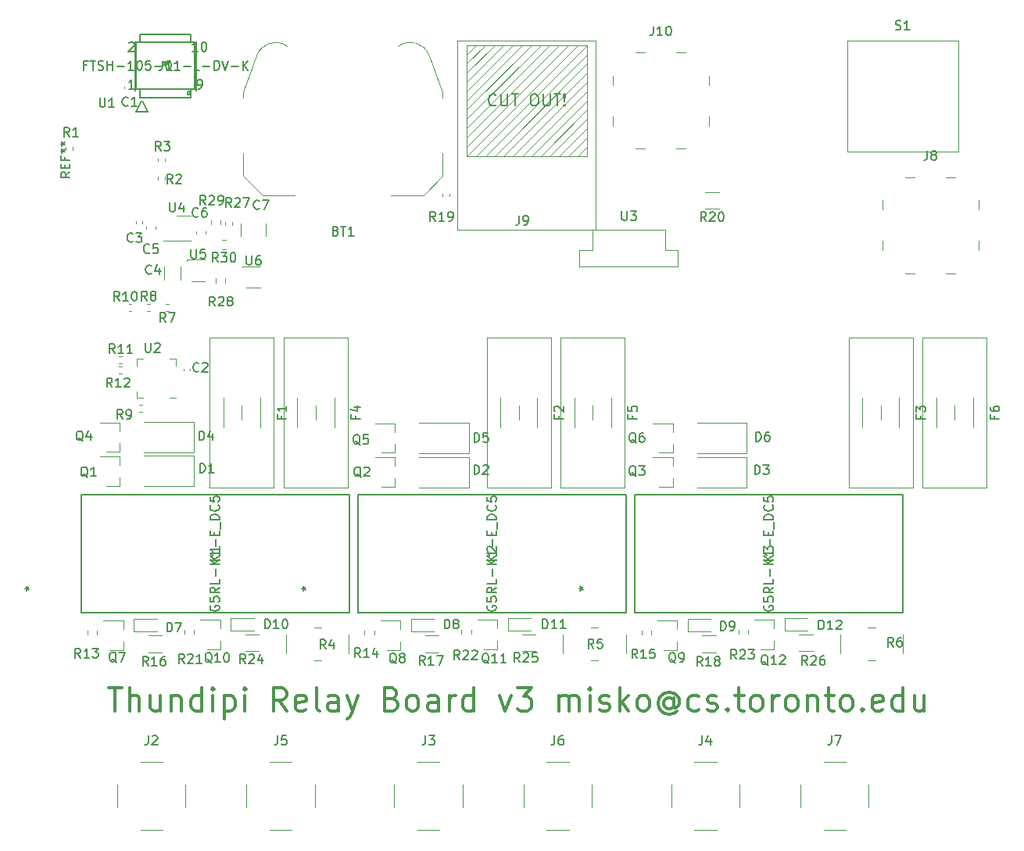
<source format=gbr>
%TF.GenerationSoftware,KiCad,Pcbnew,(5.1.9-0-10_14)*%
%TF.CreationDate,2021-05-17T23:47:06-07:00*%
%TF.ProjectId,tp_radio_board,74705f72-6164-4696-9f5f-626f6172642e,rev?*%
%TF.SameCoordinates,Original*%
%TF.FileFunction,Legend,Top*%
%TF.FilePolarity,Positive*%
%FSLAX46Y46*%
G04 Gerber Fmt 4.6, Leading zero omitted, Abs format (unit mm)*
G04 Created by KiCad (PCBNEW (5.1.9-0-10_14)) date 2021-05-17 23:47:06*
%MOMM*%
%LPD*%
G01*
G04 APERTURE LIST*
%ADD10C,0.300000*%
%ADD11C,0.152400*%
%ADD12C,0.120000*%
%ADD13C,0.150000*%
G04 APERTURE END LIST*
D10*
X27702380Y-168130952D02*
X29130952Y-168130952D01*
X28416666Y-170630952D02*
X28416666Y-168130952D01*
X29964285Y-170630952D02*
X29964285Y-168130952D01*
X31035714Y-170630952D02*
X31035714Y-169321428D01*
X30916666Y-169083333D01*
X30678571Y-168964285D01*
X30321428Y-168964285D01*
X30083333Y-169083333D01*
X29964285Y-169202380D01*
X33297619Y-168964285D02*
X33297619Y-170630952D01*
X32226190Y-168964285D02*
X32226190Y-170273809D01*
X32345238Y-170511904D01*
X32583333Y-170630952D01*
X32940476Y-170630952D01*
X33178571Y-170511904D01*
X33297619Y-170392857D01*
X34488095Y-168964285D02*
X34488095Y-170630952D01*
X34488095Y-169202380D02*
X34607142Y-169083333D01*
X34845238Y-168964285D01*
X35202380Y-168964285D01*
X35440476Y-169083333D01*
X35559523Y-169321428D01*
X35559523Y-170630952D01*
X37821428Y-170630952D02*
X37821428Y-168130952D01*
X37821428Y-170511904D02*
X37583333Y-170630952D01*
X37107142Y-170630952D01*
X36869047Y-170511904D01*
X36750000Y-170392857D01*
X36630952Y-170154761D01*
X36630952Y-169440476D01*
X36750000Y-169202380D01*
X36869047Y-169083333D01*
X37107142Y-168964285D01*
X37583333Y-168964285D01*
X37821428Y-169083333D01*
X39011904Y-170630952D02*
X39011904Y-168964285D01*
X39011904Y-168130952D02*
X38892857Y-168250000D01*
X39011904Y-168369047D01*
X39130952Y-168250000D01*
X39011904Y-168130952D01*
X39011904Y-168369047D01*
X40202380Y-168964285D02*
X40202380Y-171464285D01*
X40202380Y-169083333D02*
X40440476Y-168964285D01*
X40916666Y-168964285D01*
X41154761Y-169083333D01*
X41273809Y-169202380D01*
X41392857Y-169440476D01*
X41392857Y-170154761D01*
X41273809Y-170392857D01*
X41154761Y-170511904D01*
X40916666Y-170630952D01*
X40440476Y-170630952D01*
X40202380Y-170511904D01*
X42464285Y-170630952D02*
X42464285Y-168964285D01*
X42464285Y-168130952D02*
X42345238Y-168250000D01*
X42464285Y-168369047D01*
X42583333Y-168250000D01*
X42464285Y-168130952D01*
X42464285Y-168369047D01*
X46988095Y-170630952D02*
X46154761Y-169440476D01*
X45559523Y-170630952D02*
X45559523Y-168130952D01*
X46511904Y-168130952D01*
X46750000Y-168250000D01*
X46869047Y-168369047D01*
X46988095Y-168607142D01*
X46988095Y-168964285D01*
X46869047Y-169202380D01*
X46750000Y-169321428D01*
X46511904Y-169440476D01*
X45559523Y-169440476D01*
X49011904Y-170511904D02*
X48773809Y-170630952D01*
X48297619Y-170630952D01*
X48059523Y-170511904D01*
X47940476Y-170273809D01*
X47940476Y-169321428D01*
X48059523Y-169083333D01*
X48297619Y-168964285D01*
X48773809Y-168964285D01*
X49011904Y-169083333D01*
X49130952Y-169321428D01*
X49130952Y-169559523D01*
X47940476Y-169797619D01*
X50559523Y-170630952D02*
X50321428Y-170511904D01*
X50202380Y-170273809D01*
X50202380Y-168130952D01*
X52583333Y-170630952D02*
X52583333Y-169321428D01*
X52464285Y-169083333D01*
X52226190Y-168964285D01*
X51750000Y-168964285D01*
X51511904Y-169083333D01*
X52583333Y-170511904D02*
X52345238Y-170630952D01*
X51750000Y-170630952D01*
X51511904Y-170511904D01*
X51392857Y-170273809D01*
X51392857Y-170035714D01*
X51511904Y-169797619D01*
X51750000Y-169678571D01*
X52345238Y-169678571D01*
X52583333Y-169559523D01*
X53535714Y-168964285D02*
X54130952Y-170630952D01*
X54726190Y-168964285D02*
X54130952Y-170630952D01*
X53892857Y-171226190D01*
X53773809Y-171345238D01*
X53535714Y-171464285D01*
X58416666Y-169321428D02*
X58773809Y-169440476D01*
X58892857Y-169559523D01*
X59011904Y-169797619D01*
X59011904Y-170154761D01*
X58892857Y-170392857D01*
X58773809Y-170511904D01*
X58535714Y-170630952D01*
X57583333Y-170630952D01*
X57583333Y-168130952D01*
X58416666Y-168130952D01*
X58654761Y-168250000D01*
X58773809Y-168369047D01*
X58892857Y-168607142D01*
X58892857Y-168845238D01*
X58773809Y-169083333D01*
X58654761Y-169202380D01*
X58416666Y-169321428D01*
X57583333Y-169321428D01*
X60440476Y-170630952D02*
X60202380Y-170511904D01*
X60083333Y-170392857D01*
X59964285Y-170154761D01*
X59964285Y-169440476D01*
X60083333Y-169202380D01*
X60202380Y-169083333D01*
X60440476Y-168964285D01*
X60797619Y-168964285D01*
X61035714Y-169083333D01*
X61154761Y-169202380D01*
X61273809Y-169440476D01*
X61273809Y-170154761D01*
X61154761Y-170392857D01*
X61035714Y-170511904D01*
X60797619Y-170630952D01*
X60440476Y-170630952D01*
X63416666Y-170630952D02*
X63416666Y-169321428D01*
X63297619Y-169083333D01*
X63059523Y-168964285D01*
X62583333Y-168964285D01*
X62345238Y-169083333D01*
X63416666Y-170511904D02*
X63178571Y-170630952D01*
X62583333Y-170630952D01*
X62345238Y-170511904D01*
X62226190Y-170273809D01*
X62226190Y-170035714D01*
X62345238Y-169797619D01*
X62583333Y-169678571D01*
X63178571Y-169678571D01*
X63416666Y-169559523D01*
X64607142Y-170630952D02*
X64607142Y-168964285D01*
X64607142Y-169440476D02*
X64726190Y-169202380D01*
X64845238Y-169083333D01*
X65083333Y-168964285D01*
X65321428Y-168964285D01*
X67226190Y-170630952D02*
X67226190Y-168130952D01*
X67226190Y-170511904D02*
X66988095Y-170630952D01*
X66511904Y-170630952D01*
X66273809Y-170511904D01*
X66154761Y-170392857D01*
X66035714Y-170154761D01*
X66035714Y-169440476D01*
X66154761Y-169202380D01*
X66273809Y-169083333D01*
X66511904Y-168964285D01*
X66988095Y-168964285D01*
X67226190Y-169083333D01*
X70083333Y-168964285D02*
X70678571Y-170630952D01*
X71273809Y-168964285D01*
X71988095Y-168130952D02*
X73535714Y-168130952D01*
X72702380Y-169083333D01*
X73059523Y-169083333D01*
X73297619Y-169202380D01*
X73416666Y-169321428D01*
X73535714Y-169559523D01*
X73535714Y-170154761D01*
X73416666Y-170392857D01*
X73297619Y-170511904D01*
X73059523Y-170630952D01*
X72345238Y-170630952D01*
X72107142Y-170511904D01*
X71988095Y-170392857D01*
X76511904Y-170630952D02*
X76511904Y-168964285D01*
X76511904Y-169202380D02*
X76630952Y-169083333D01*
X76869047Y-168964285D01*
X77226190Y-168964285D01*
X77464285Y-169083333D01*
X77583333Y-169321428D01*
X77583333Y-170630952D01*
X77583333Y-169321428D02*
X77702380Y-169083333D01*
X77940476Y-168964285D01*
X78297619Y-168964285D01*
X78535714Y-169083333D01*
X78654761Y-169321428D01*
X78654761Y-170630952D01*
X79845238Y-170630952D02*
X79845238Y-168964285D01*
X79845238Y-168130952D02*
X79726190Y-168250000D01*
X79845238Y-168369047D01*
X79964285Y-168250000D01*
X79845238Y-168130952D01*
X79845238Y-168369047D01*
X80916666Y-170511904D02*
X81154761Y-170630952D01*
X81630952Y-170630952D01*
X81869047Y-170511904D01*
X81988095Y-170273809D01*
X81988095Y-170154761D01*
X81869047Y-169916666D01*
X81630952Y-169797619D01*
X81273809Y-169797619D01*
X81035714Y-169678571D01*
X80916666Y-169440476D01*
X80916666Y-169321428D01*
X81035714Y-169083333D01*
X81273809Y-168964285D01*
X81630952Y-168964285D01*
X81869047Y-169083333D01*
X83059523Y-170630952D02*
X83059523Y-168130952D01*
X83297619Y-169678571D02*
X84011904Y-170630952D01*
X84011904Y-168964285D02*
X83059523Y-169916666D01*
X85440476Y-170630952D02*
X85202380Y-170511904D01*
X85083333Y-170392857D01*
X84964285Y-170154761D01*
X84964285Y-169440476D01*
X85083333Y-169202380D01*
X85202380Y-169083333D01*
X85440476Y-168964285D01*
X85797619Y-168964285D01*
X86035714Y-169083333D01*
X86154761Y-169202380D01*
X86273809Y-169440476D01*
X86273809Y-170154761D01*
X86154761Y-170392857D01*
X86035714Y-170511904D01*
X85797619Y-170630952D01*
X85440476Y-170630952D01*
X88892857Y-169440476D02*
X88773809Y-169321428D01*
X88535714Y-169202380D01*
X88297619Y-169202380D01*
X88059523Y-169321428D01*
X87940476Y-169440476D01*
X87821428Y-169678571D01*
X87821428Y-169916666D01*
X87940476Y-170154761D01*
X88059523Y-170273809D01*
X88297619Y-170392857D01*
X88535714Y-170392857D01*
X88773809Y-170273809D01*
X88892857Y-170154761D01*
X88892857Y-169202380D02*
X88892857Y-170154761D01*
X89011904Y-170273809D01*
X89130952Y-170273809D01*
X89369047Y-170154761D01*
X89488095Y-169916666D01*
X89488095Y-169321428D01*
X89250000Y-168964285D01*
X88892857Y-168726190D01*
X88416666Y-168607142D01*
X87940476Y-168726190D01*
X87583333Y-168964285D01*
X87345238Y-169321428D01*
X87226190Y-169797619D01*
X87345238Y-170273809D01*
X87583333Y-170630952D01*
X87940476Y-170869047D01*
X88416666Y-170988095D01*
X88892857Y-170869047D01*
X89250000Y-170630952D01*
X91630952Y-170511904D02*
X91392857Y-170630952D01*
X90916666Y-170630952D01*
X90678571Y-170511904D01*
X90559523Y-170392857D01*
X90440476Y-170154761D01*
X90440476Y-169440476D01*
X90559523Y-169202380D01*
X90678571Y-169083333D01*
X90916666Y-168964285D01*
X91392857Y-168964285D01*
X91630952Y-169083333D01*
X92583333Y-170511904D02*
X92821428Y-170630952D01*
X93297619Y-170630952D01*
X93535714Y-170511904D01*
X93654761Y-170273809D01*
X93654761Y-170154761D01*
X93535714Y-169916666D01*
X93297619Y-169797619D01*
X92940476Y-169797619D01*
X92702380Y-169678571D01*
X92583333Y-169440476D01*
X92583333Y-169321428D01*
X92702380Y-169083333D01*
X92940476Y-168964285D01*
X93297619Y-168964285D01*
X93535714Y-169083333D01*
X94726190Y-170392857D02*
X94845238Y-170511904D01*
X94726190Y-170630952D01*
X94607142Y-170511904D01*
X94726190Y-170392857D01*
X94726190Y-170630952D01*
X95559523Y-168964285D02*
X96511904Y-168964285D01*
X95916666Y-168130952D02*
X95916666Y-170273809D01*
X96035714Y-170511904D01*
X96273809Y-170630952D01*
X96511904Y-170630952D01*
X97702380Y-170630952D02*
X97464285Y-170511904D01*
X97345238Y-170392857D01*
X97226190Y-170154761D01*
X97226190Y-169440476D01*
X97345238Y-169202380D01*
X97464285Y-169083333D01*
X97702380Y-168964285D01*
X98059523Y-168964285D01*
X98297619Y-169083333D01*
X98416666Y-169202380D01*
X98535714Y-169440476D01*
X98535714Y-170154761D01*
X98416666Y-170392857D01*
X98297619Y-170511904D01*
X98059523Y-170630952D01*
X97702380Y-170630952D01*
X99607142Y-170630952D02*
X99607142Y-168964285D01*
X99607142Y-169440476D02*
X99726190Y-169202380D01*
X99845238Y-169083333D01*
X100083333Y-168964285D01*
X100321428Y-168964285D01*
X101511904Y-170630952D02*
X101273809Y-170511904D01*
X101154761Y-170392857D01*
X101035714Y-170154761D01*
X101035714Y-169440476D01*
X101154761Y-169202380D01*
X101273809Y-169083333D01*
X101511904Y-168964285D01*
X101869047Y-168964285D01*
X102107142Y-169083333D01*
X102226190Y-169202380D01*
X102345238Y-169440476D01*
X102345238Y-170154761D01*
X102226190Y-170392857D01*
X102107142Y-170511904D01*
X101869047Y-170630952D01*
X101511904Y-170630952D01*
X103416666Y-168964285D02*
X103416666Y-170630952D01*
X103416666Y-169202380D02*
X103535714Y-169083333D01*
X103773809Y-168964285D01*
X104130952Y-168964285D01*
X104369047Y-169083333D01*
X104488095Y-169321428D01*
X104488095Y-170630952D01*
X105321428Y-168964285D02*
X106273809Y-168964285D01*
X105678571Y-168130952D02*
X105678571Y-170273809D01*
X105797619Y-170511904D01*
X106035714Y-170630952D01*
X106273809Y-170630952D01*
X107464285Y-170630952D02*
X107226190Y-170511904D01*
X107107142Y-170392857D01*
X106988095Y-170154761D01*
X106988095Y-169440476D01*
X107107142Y-169202380D01*
X107226190Y-169083333D01*
X107464285Y-168964285D01*
X107821428Y-168964285D01*
X108059523Y-169083333D01*
X108178571Y-169202380D01*
X108297619Y-169440476D01*
X108297619Y-170154761D01*
X108178571Y-170392857D01*
X108059523Y-170511904D01*
X107821428Y-170630952D01*
X107464285Y-170630952D01*
X109369047Y-170392857D02*
X109488095Y-170511904D01*
X109369047Y-170630952D01*
X109250000Y-170511904D01*
X109369047Y-170392857D01*
X109369047Y-170630952D01*
X111511904Y-170511904D02*
X111273809Y-170630952D01*
X110797619Y-170630952D01*
X110559523Y-170511904D01*
X110440476Y-170273809D01*
X110440476Y-169321428D01*
X110559523Y-169083333D01*
X110797619Y-168964285D01*
X111273809Y-168964285D01*
X111511904Y-169083333D01*
X111630952Y-169321428D01*
X111630952Y-169559523D01*
X110440476Y-169797619D01*
X113773809Y-170630952D02*
X113773809Y-168130952D01*
X113773809Y-170511904D02*
X113535714Y-170630952D01*
X113059523Y-170630952D01*
X112821428Y-170511904D01*
X112702380Y-170392857D01*
X112583333Y-170154761D01*
X112583333Y-169440476D01*
X112702380Y-169202380D01*
X112821428Y-169083333D01*
X113059523Y-168964285D01*
X113535714Y-168964285D01*
X113773809Y-169083333D01*
X116035714Y-168964285D02*
X116035714Y-170630952D01*
X114964285Y-168964285D02*
X114964285Y-170273809D01*
X115083333Y-170511904D01*
X115321428Y-170630952D01*
X115678571Y-170630952D01*
X115916666Y-170511904D01*
X116035714Y-170392857D01*
D11*
%TO.C,J1*%
X31378100Y-104501740D02*
X31975000Y-105695540D01*
X31975000Y-105695540D02*
X30705000Y-105695540D01*
X30705000Y-105695540D02*
X31301900Y-104501740D01*
X37182000Y-103407000D02*
X37182000Y-98073000D01*
X30578000Y-98073000D02*
X30578000Y-103407000D01*
X36293000Y-103470500D02*
X36293000Y-103851500D01*
X36293000Y-103851500D02*
X36547000Y-103851500D01*
X36547000Y-103851500D02*
X36547000Y-103470500D01*
X36547000Y-103470500D02*
X36293000Y-103470500D01*
X30705000Y-98200000D02*
X31136800Y-98200000D01*
X31136800Y-98200000D02*
X31136800Y-97311000D01*
X31136800Y-97311000D02*
X36623200Y-97311000D01*
X36623200Y-97311000D02*
X36623200Y-98200000D01*
X36623200Y-98200000D02*
X37055000Y-98200000D01*
X37055000Y-103280000D02*
X36623200Y-103280000D01*
X36623200Y-103280000D02*
X36623200Y-104169000D01*
X36623200Y-104169000D02*
X31136800Y-104169000D01*
X31136800Y-104169000D02*
X31136800Y-103280000D01*
X31136800Y-103280000D02*
X30705000Y-103280000D01*
X30705000Y-103280000D02*
X30705000Y-98200000D01*
X30705000Y-98200000D02*
X37055000Y-98200000D01*
X37055000Y-98200000D02*
X37055000Y-103280000D01*
X37055000Y-103280000D02*
X30705000Y-103280000D01*
%TO.C,K2*%
X54713007Y-159977000D02*
X83767001Y-159977000D01*
X54713007Y-147223000D02*
X54713007Y-159977000D01*
X83767001Y-147223000D02*
X54713007Y-147223000D01*
X83767001Y-159977000D02*
X83767001Y-147223000D01*
%TO.C,K3*%
X113767001Y-159977000D02*
X113767001Y-147223000D01*
X113767001Y-147223000D02*
X84713007Y-147223000D01*
X84713007Y-147223000D02*
X84713007Y-159977000D01*
X84713007Y-159977000D02*
X113767001Y-159977000D01*
%TO.C,K1*%
X53767001Y-159977000D02*
X53767001Y-147223000D01*
X53767001Y-147223000D02*
X24713007Y-147223000D01*
X24713007Y-147223000D02*
X24713007Y-159977000D01*
X24713007Y-159977000D02*
X53767001Y-159977000D01*
D12*
%TO.C,D12*%
X100955000Y-161935000D02*
X103440000Y-161935000D01*
X100955000Y-160565000D02*
X100955000Y-161935000D01*
X103440000Y-160565000D02*
X100955000Y-160565000D01*
%TO.C,D11*%
X70955000Y-161935000D02*
X73440000Y-161935000D01*
X70955000Y-160565000D02*
X70955000Y-161935000D01*
X73440000Y-160565000D02*
X70955000Y-160565000D01*
%TO.C,D10*%
X40955000Y-161935000D02*
X43440000Y-161935000D01*
X40955000Y-160565000D02*
X40955000Y-161935000D01*
X43440000Y-160565000D02*
X40955000Y-160565000D01*
%TO.C,R24*%
X43967064Y-162340000D02*
X42512936Y-162340000D01*
X43967064Y-164160000D02*
X42512936Y-164160000D01*
%TO.C,R26*%
X103967064Y-162340000D02*
X102512936Y-162340000D01*
X103967064Y-164160000D02*
X102512936Y-164160000D01*
%TO.C,R25*%
X73967064Y-162340000D02*
X72512936Y-162340000D01*
X73967064Y-164160000D02*
X72512936Y-164160000D01*
%TO.C,R21*%
X36962500Y-162287258D02*
X36962500Y-161812742D01*
X35917500Y-162287258D02*
X35917500Y-161812742D01*
%TO.C,R23*%
X96962500Y-162287258D02*
X96962500Y-161812742D01*
X95917500Y-162287258D02*
X95917500Y-161812742D01*
%TO.C,R22*%
X66962500Y-162287258D02*
X66962500Y-161812742D01*
X65917500Y-162287258D02*
X65917500Y-161812742D01*
%TO.C,R16*%
X33467064Y-162440000D02*
X32012936Y-162440000D01*
X33467064Y-164260000D02*
X32012936Y-164260000D01*
%TO.C,R18*%
X93467064Y-162440000D02*
X92012936Y-162440000D01*
X93467064Y-164260000D02*
X92012936Y-164260000D01*
%TO.C,R17*%
X63467064Y-162440000D02*
X62012936Y-162440000D01*
X63467064Y-164260000D02*
X62012936Y-164260000D01*
%TO.C,R13*%
X26462500Y-162387258D02*
X26462500Y-161912742D01*
X25417500Y-162387258D02*
X25417500Y-161912742D01*
%TO.C,R15*%
X86462500Y-162387258D02*
X86462500Y-161912742D01*
X85417500Y-162387258D02*
X85417500Y-161912742D01*
%TO.C,R14*%
X56462500Y-162387258D02*
X56462500Y-161912742D01*
X55417500Y-162387258D02*
X55417500Y-161912742D01*
%TO.C,Q10*%
X39800000Y-163930000D02*
X38340000Y-163930000D01*
X39800000Y-160770000D02*
X37640000Y-160770000D01*
X39800000Y-160770000D02*
X39800000Y-161700000D01*
X39800000Y-163930000D02*
X39800000Y-163000000D01*
%TO.C,Q12*%
X99800000Y-163930000D02*
X98340000Y-163930000D01*
X99800000Y-160770000D02*
X97640000Y-160770000D01*
X99800000Y-160770000D02*
X99800000Y-161700000D01*
X99800000Y-163930000D02*
X99800000Y-163000000D01*
%TO.C,Q11*%
X69800000Y-163930000D02*
X68340000Y-163930000D01*
X69800000Y-160770000D02*
X67640000Y-160770000D01*
X69800000Y-160770000D02*
X69800000Y-161700000D01*
X69800000Y-163930000D02*
X69800000Y-163000000D01*
%TO.C,Q7*%
X29300000Y-164030000D02*
X27840000Y-164030000D01*
X29300000Y-160870000D02*
X27140000Y-160870000D01*
X29300000Y-160870000D02*
X29300000Y-161800000D01*
X29300000Y-164030000D02*
X29300000Y-163100000D01*
%TO.C,Q9*%
X89300000Y-164030000D02*
X87840000Y-164030000D01*
X89300000Y-160870000D02*
X87140000Y-160870000D01*
X89300000Y-160870000D02*
X89300000Y-161800000D01*
X89300000Y-164030000D02*
X89300000Y-163100000D01*
%TO.C,Q8*%
X59300000Y-164030000D02*
X57840000Y-164030000D01*
X59300000Y-160870000D02*
X57140000Y-160870000D01*
X59300000Y-160870000D02*
X59300000Y-161800000D01*
X59300000Y-164030000D02*
X59300000Y-163100000D01*
%TO.C,D7*%
X30455000Y-162035000D02*
X32940000Y-162035000D01*
X30455000Y-160665000D02*
X30455000Y-162035000D01*
X32940000Y-160665000D02*
X30455000Y-160665000D01*
%TO.C,D9*%
X90455000Y-162035000D02*
X92940000Y-162035000D01*
X90455000Y-160665000D02*
X90455000Y-162035000D01*
X92940000Y-160665000D02*
X90455000Y-160665000D01*
%TO.C,D8*%
X60455000Y-162035000D02*
X62940000Y-162035000D01*
X60455000Y-160665000D02*
X60455000Y-162035000D01*
X62940000Y-160665000D02*
X60455000Y-160665000D01*
%TO.C,J10*%
X82300000Y-101800000D02*
X82300000Y-102800000D01*
X82300000Y-106200000D02*
X82300000Y-107200000D01*
X84800000Y-109700000D02*
X85800000Y-109700000D01*
X89200000Y-109700000D02*
X90200000Y-109700000D01*
X92700000Y-107200000D02*
X92700000Y-106200000D01*
X92700000Y-102800000D02*
X92700000Y-101800000D01*
X89200000Y-99300000D02*
X90200000Y-99300000D01*
X84800000Y-99300000D02*
X85800000Y-99300000D01*
%TO.C,J8*%
X111510000Y-115300000D02*
X111510000Y-116300000D01*
X111510000Y-119700000D02*
X111510000Y-120700000D01*
X114010000Y-123200000D02*
X115010000Y-123200000D01*
X118410000Y-123200000D02*
X119410000Y-123200000D01*
X121910000Y-120700000D02*
X121910000Y-119700000D01*
X121910000Y-116300000D02*
X121910000Y-115300000D01*
X118410000Y-112800000D02*
X119410000Y-112800000D01*
X114010000Y-112800000D02*
X115010000Y-112800000D01*
%TO.C,J7*%
X110040000Y-178650000D02*
X110040000Y-181050000D01*
X107540000Y-183550000D02*
X105140000Y-183550000D01*
X102640000Y-181050000D02*
X102640000Y-178650000D01*
X105140000Y-176150000D02*
X107540000Y-176150000D01*
%TO.C,J6*%
X80040000Y-178650000D02*
X80040000Y-181050000D01*
X77540000Y-183550000D02*
X75140000Y-183550000D01*
X72640000Y-181050000D02*
X72640000Y-178650000D01*
X75140000Y-176150000D02*
X77540000Y-176150000D01*
%TO.C,J5*%
X50040000Y-178650000D02*
X50040000Y-181050000D01*
X47540000Y-183550000D02*
X45140000Y-183550000D01*
X42640000Y-181050000D02*
X42640000Y-178650000D01*
X45140000Y-176150000D02*
X47540000Y-176150000D01*
%TO.C,J4*%
X96040000Y-178650000D02*
X96040000Y-181050000D01*
X93540000Y-183550000D02*
X91140000Y-183550000D01*
X88640000Y-181050000D02*
X88640000Y-178650000D01*
X91140000Y-176150000D02*
X93540000Y-176150000D01*
%TO.C,J3*%
X66040000Y-178650000D02*
X66040000Y-181050000D01*
X63540000Y-183550000D02*
X61140000Y-183550000D01*
X58640000Y-181050000D02*
X58640000Y-178650000D01*
X61140000Y-176150000D02*
X63540000Y-176150000D01*
%TO.C,J2*%
X36040000Y-178650000D02*
X36040000Y-181050000D01*
X33540000Y-183550000D02*
X31140000Y-183550000D01*
X28640000Y-181050000D02*
X28640000Y-178650000D01*
X31140000Y-176150000D02*
X33540000Y-176150000D01*
%TO.C,J9*%
X79500000Y-110500000D02*
X66500000Y-110500000D01*
X66500000Y-110500000D02*
X66500000Y-98500000D01*
X79500000Y-98500000D02*
X66500000Y-98500000D01*
X79500000Y-110500000D02*
X79500000Y-98500000D01*
X80500000Y-118500000D02*
X65500000Y-118500000D01*
X65500000Y-118500000D02*
X65500000Y-98000000D01*
X80500000Y-98000000D02*
X80500000Y-118500000D01*
X65500000Y-98000000D02*
X80500000Y-98000000D01*
X68500000Y-110500000D02*
X79500000Y-99500000D01*
X69500000Y-110500000D02*
X68500000Y-110500000D01*
X79500000Y-100500000D02*
X69500000Y-110500000D01*
X79500000Y-101500000D02*
X79500000Y-100500000D01*
X70500000Y-110500000D02*
X79500000Y-101500000D01*
X71500000Y-110500000D02*
X70500000Y-110500000D01*
X79500000Y-102500000D02*
X71500000Y-110500000D01*
X79500000Y-103500000D02*
X79500000Y-102500000D01*
X72500000Y-110500000D02*
X79500000Y-103500000D01*
X73500000Y-110500000D02*
X72500000Y-110500000D01*
X79500000Y-104500000D02*
X73500000Y-110500000D01*
X79500000Y-105500000D02*
X79500000Y-104500000D01*
X74500000Y-110500000D02*
X79500000Y-105500000D01*
X75500000Y-110500000D02*
X74500000Y-110500000D01*
X79500000Y-106500000D02*
X75500000Y-110500000D01*
X79500000Y-107500000D02*
X79500000Y-106500000D01*
X76500000Y-110500000D02*
X79500000Y-107500000D01*
X77500000Y-110500000D02*
X76500000Y-110500000D01*
X79500000Y-108500000D02*
X77500000Y-110500000D01*
X79500000Y-109500000D02*
X79500000Y-108500000D01*
X78500000Y-110500000D02*
X79500000Y-109500000D01*
X79500000Y-98500000D02*
X67500000Y-110500000D01*
X67500000Y-98500000D02*
X66500000Y-99500000D01*
X68500000Y-98500000D02*
X67500000Y-98500000D01*
X66500000Y-100500000D02*
X68500000Y-98500000D01*
X66500000Y-100000000D02*
X66500000Y-100500000D01*
X66500000Y-101500000D02*
X66500000Y-100000000D01*
X69500000Y-98500000D02*
X66500000Y-101500000D01*
X70500000Y-98500000D02*
X69500000Y-98500000D01*
X66500000Y-102500000D02*
X70500000Y-98500000D01*
X66500000Y-103500000D02*
X66500000Y-102500000D01*
X71500000Y-98500000D02*
X66500000Y-103500000D01*
X72500000Y-98500000D02*
X71500000Y-98500000D01*
X66500000Y-104500000D02*
X72500000Y-98500000D01*
X66500000Y-104000000D02*
X66500000Y-104500000D01*
X66500000Y-105500000D02*
X66500000Y-104000000D01*
X73500000Y-98500000D02*
X66500000Y-105500000D01*
X74500000Y-98500000D02*
X73500000Y-98500000D01*
X66500000Y-106500000D02*
X74500000Y-98500000D01*
X66500000Y-107500000D02*
X66500000Y-106500000D01*
X75500000Y-98500000D02*
X66500000Y-107500000D01*
X75000000Y-98500000D02*
X75500000Y-98500000D01*
X76500000Y-98500000D02*
X75000000Y-98500000D01*
X66500000Y-108500000D02*
X76500000Y-98500000D01*
X66500000Y-108000000D02*
X66500000Y-108500000D01*
X66500000Y-109500000D02*
X66500000Y-108000000D01*
X77500000Y-98500000D02*
X66500000Y-109500000D01*
X78500000Y-98500000D02*
X77500000Y-98500000D01*
X66500000Y-110500000D02*
X78500000Y-98500000D01*
%TO.C,R20*%
X93807064Y-114400000D02*
X92352936Y-114400000D01*
X93807064Y-116220000D02*
X92352936Y-116220000D01*
%TO.C,R19*%
X64630000Y-114883641D02*
X64630000Y-114576359D01*
X63870000Y-114883641D02*
X63870000Y-114576359D01*
%TO.C,F6*%
X121350000Y-136710000D02*
X121350000Y-139910000D01*
X117350000Y-139910000D02*
X117350000Y-136710000D01*
X119350000Y-137560000D02*
X119350000Y-139060000D01*
X122820000Y-146410000D02*
X122820000Y-130210000D01*
X115880000Y-146410000D02*
X122820000Y-146410000D01*
X115880000Y-130210000D02*
X115880000Y-146410000D01*
X122820000Y-130210000D02*
X115880000Y-130210000D01*
%TO.C,F5*%
X82140000Y-136710000D02*
X82140000Y-139910000D01*
X78140000Y-139910000D02*
X78140000Y-136710000D01*
X80140000Y-137560000D02*
X80140000Y-139060000D01*
X83610000Y-146410000D02*
X83610000Y-130210000D01*
X76670000Y-146410000D02*
X83610000Y-146410000D01*
X76670000Y-130210000D02*
X76670000Y-146410000D01*
X83610000Y-130210000D02*
X76670000Y-130210000D01*
%TO.C,F4*%
X52140000Y-136710000D02*
X52140000Y-139910000D01*
X48140000Y-139910000D02*
X48140000Y-136710000D01*
X50140000Y-137560000D02*
X50140000Y-139060000D01*
X53610000Y-146410000D02*
X53610000Y-130210000D01*
X46670000Y-146410000D02*
X53610000Y-146410000D01*
X46670000Y-130210000D02*
X46670000Y-146410000D01*
X53610000Y-130210000D02*
X46670000Y-130210000D01*
%TO.C,U6*%
X42200000Y-122450000D02*
X44150000Y-122450000D01*
X42200000Y-122450000D02*
X42200000Y-122550000D01*
X44150000Y-124750000D02*
X42650000Y-124750000D01*
%TO.C,U5*%
X36200000Y-121750000D02*
X38150000Y-121750000D01*
X36200000Y-121750000D02*
X36200000Y-121850000D01*
X38150000Y-124050000D02*
X36650000Y-124050000D01*
%TO.C,U4*%
X35100000Y-116940000D02*
X36600000Y-116940000D01*
X33600000Y-119660000D02*
X36600000Y-119660000D01*
%TO.C,U3*%
X89380000Y-122490000D02*
X89380000Y-120710000D01*
X78710000Y-122490000D02*
X89380000Y-122490000D01*
X78710000Y-120720000D02*
X78710000Y-122490000D01*
X78710000Y-120710000D02*
X80110000Y-120710000D01*
X80110000Y-120710000D02*
X80110000Y-118470000D01*
X80110000Y-118470000D02*
X87990000Y-118470000D01*
X87990000Y-118470000D02*
X87990000Y-120710000D01*
X87990000Y-120710000D02*
X89380000Y-120710000D01*
%TO.C,R30*%
X40437258Y-120622500D02*
X39962742Y-120622500D01*
X40437258Y-119577500D02*
X39962742Y-119577500D01*
%TO.C,R29*%
X39822500Y-117462742D02*
X39822500Y-117937258D01*
X38777500Y-117462742D02*
X38777500Y-117937258D01*
%TO.C,R28*%
X39277500Y-124237258D02*
X39277500Y-123762742D01*
X40322500Y-124237258D02*
X40322500Y-123762742D01*
%TO.C,R27*%
X41080000Y-117646359D02*
X41080000Y-117953641D01*
X40320000Y-117646359D02*
X40320000Y-117953641D01*
%TO.C,R12*%
X28831359Y-133355000D02*
X29138641Y-133355000D01*
X28831359Y-134115000D02*
X29138641Y-134115000D01*
%TO.C,R11*%
X28831359Y-132255000D02*
X29138641Y-132255000D01*
X28831359Y-133015000D02*
X29138641Y-133015000D01*
%TO.C,R10*%
X29891359Y-126505000D02*
X30198641Y-126505000D01*
X29891359Y-127265000D02*
X30198641Y-127265000D01*
%TO.C,R9*%
X31031359Y-137455000D02*
X31338641Y-137455000D01*
X31031359Y-138215000D02*
X31338641Y-138215000D01*
%TO.C,R8*%
X31891359Y-126505000D02*
X32198641Y-126505000D01*
X31891359Y-127265000D02*
X32198641Y-127265000D01*
%TO.C,R7*%
X34198641Y-127265000D02*
X33891359Y-127265000D01*
X34198641Y-126505000D02*
X33891359Y-126505000D01*
%TO.C,R4*%
X46940000Y-162350000D02*
X46940000Y-164350000D01*
X49940000Y-161550000D02*
X50740000Y-161550000D01*
X50740000Y-165150000D02*
X49940000Y-165150000D01*
X53740000Y-162350000D02*
X53740000Y-164350000D01*
%TO.C,R5*%
X76940000Y-162350000D02*
X76940000Y-164350000D01*
X79940000Y-161550000D02*
X80740000Y-161550000D01*
X80740000Y-165150000D02*
X79940000Y-165150000D01*
X83740000Y-162350000D02*
X83740000Y-164350000D01*
%TO.C,R3*%
X33040000Y-111063641D02*
X33040000Y-110756359D01*
X33800000Y-111063641D02*
X33800000Y-110756359D01*
%TO.C,R2*%
X33810000Y-112776359D02*
X33810000Y-113083641D01*
X33050000Y-112776359D02*
X33050000Y-113083641D01*
%TO.C,R1*%
X23840000Y-109556359D02*
X23840000Y-109863641D01*
X23080000Y-109556359D02*
X23080000Y-109863641D01*
%TO.C,Q6*%
X88800000Y-142630000D02*
X88800000Y-141700000D01*
X88800000Y-139470000D02*
X88800000Y-140400000D01*
X88800000Y-139470000D02*
X86640000Y-139470000D01*
X88800000Y-142630000D02*
X87340000Y-142630000D01*
%TO.C,Q3*%
X88800000Y-146330000D02*
X88800000Y-145400000D01*
X88800000Y-143170000D02*
X88800000Y-144100000D01*
X88800000Y-143170000D02*
X86640000Y-143170000D01*
X88800000Y-146330000D02*
X87340000Y-146330000D01*
%TO.C,Q4*%
X28900000Y-142530000D02*
X28900000Y-141600000D01*
X28900000Y-139370000D02*
X28900000Y-140300000D01*
X28900000Y-139370000D02*
X26740000Y-139370000D01*
X28900000Y-142530000D02*
X27440000Y-142530000D01*
%TO.C,Q1*%
X28900000Y-146230000D02*
X28900000Y-145300000D01*
X28900000Y-143070000D02*
X28900000Y-144000000D01*
X28900000Y-143070000D02*
X26740000Y-143070000D01*
X28900000Y-146230000D02*
X27440000Y-146230000D01*
%TO.C,F3*%
X114820000Y-130210000D02*
X107880000Y-130210000D01*
X107880000Y-130210000D02*
X107880000Y-146410000D01*
X107880000Y-146410000D02*
X114820000Y-146410000D01*
X114820000Y-146410000D02*
X114820000Y-130210000D01*
X111350000Y-137560000D02*
X111350000Y-139060000D01*
X109350000Y-139910000D02*
X109350000Y-136710000D01*
X113350000Y-136710000D02*
X113350000Y-139910000D01*
%TO.C,F2*%
X75610000Y-130210000D02*
X68670000Y-130210000D01*
X68670000Y-130210000D02*
X68670000Y-146410000D01*
X68670000Y-146410000D02*
X75610000Y-146410000D01*
X75610000Y-146410000D02*
X75610000Y-130210000D01*
X72140000Y-137560000D02*
X72140000Y-139060000D01*
X70140000Y-139910000D02*
X70140000Y-136710000D01*
X74140000Y-136710000D02*
X74140000Y-139910000D01*
%TO.C,F1*%
X45610000Y-130210000D02*
X38670000Y-130210000D01*
X38670000Y-130210000D02*
X38670000Y-146410000D01*
X38670000Y-146410000D02*
X45610000Y-146410000D01*
X45610000Y-146410000D02*
X45610000Y-130210000D01*
X42140000Y-137560000D02*
X42140000Y-139060000D01*
X40140000Y-139910000D02*
X40140000Y-136710000D01*
X44140000Y-136710000D02*
X44140000Y-139910000D01*
%TO.C,D6*%
X96840000Y-142700000D02*
X96840000Y-139400000D01*
X96840000Y-139400000D02*
X91440000Y-139400000D01*
X96840000Y-142700000D02*
X91440000Y-142700000D01*
%TO.C,D3*%
X96840000Y-146400000D02*
X96840000Y-143100000D01*
X96840000Y-143100000D02*
X91440000Y-143100000D01*
X96840000Y-146400000D02*
X91440000Y-146400000D01*
%TO.C,D4*%
X36940000Y-142600000D02*
X36940000Y-139300000D01*
X36940000Y-139300000D02*
X31540000Y-139300000D01*
X36940000Y-142600000D02*
X31540000Y-142600000D01*
%TO.C,D1*%
X36940000Y-146300000D02*
X36940000Y-143000000D01*
X36940000Y-143000000D02*
X31540000Y-143000000D01*
X36940000Y-146300000D02*
X31540000Y-146300000D01*
%TO.C,C7*%
X44760000Y-117788748D02*
X44760000Y-119211252D01*
X42040000Y-117788748D02*
X42040000Y-119211252D01*
%TO.C,C6*%
X38210000Y-118659420D02*
X38210000Y-118940580D01*
X37190000Y-118659420D02*
X37190000Y-118940580D01*
%TO.C,C5*%
X32810000Y-118159420D02*
X32810000Y-118440580D01*
X31790000Y-118159420D02*
X31790000Y-118440580D01*
%TO.C,C4*%
X35510000Y-122488748D02*
X35510000Y-123911252D01*
X33690000Y-122488748D02*
X33690000Y-123911252D01*
%TO.C,C3*%
X31360000Y-117592164D02*
X31360000Y-117807836D01*
X30640000Y-117592164D02*
X30640000Y-117807836D01*
%TO.C,C2*%
X35825000Y-133742836D02*
X35825000Y-133527164D01*
X36545000Y-133742836D02*
X36545000Y-133527164D01*
%TO.C,C1*%
X30090000Y-102972164D02*
X30090000Y-103187836D01*
X29370000Y-102972164D02*
X29370000Y-103187836D01*
%TO.C,BT1*%
X63870000Y-103560000D02*
X62430000Y-99610000D01*
X61790000Y-114730000D02*
X63870000Y-112650000D01*
X58290000Y-114730000D02*
X61790000Y-114730000D01*
X44390000Y-114730000D02*
X42310000Y-112650000D01*
X42310000Y-103560000D02*
X43750000Y-99610000D01*
X63870000Y-112650000D02*
X63870000Y-110190000D01*
X63870000Y-104190000D02*
X63870000Y-103560000D01*
X42310000Y-112650000D02*
X42310000Y-110190000D01*
X42310000Y-104190000D02*
X42310000Y-103560000D01*
X44390000Y-114730000D02*
X47890000Y-114730000D01*
X43764756Y-99601831D02*
G75*
G02*
X47090000Y-98640000I2015244J-738169D01*
G01*
X59093354Y-98623470D02*
G75*
G02*
X62430000Y-99610000I1306646J-1716530D01*
G01*
%TO.C,U2*%
X34295000Y-136715000D02*
X34995000Y-136715000D01*
X30775000Y-132495000D02*
X30775000Y-133195000D01*
X31475000Y-132495000D02*
X30775000Y-132495000D01*
X34995000Y-132495000D02*
X34995000Y-133195000D01*
X34295000Y-132495000D02*
X34995000Y-132495000D01*
X30775000Y-136715000D02*
X30775000Y-136015000D01*
X31475000Y-136715000D02*
X30775000Y-136715000D01*
%TO.C,S1*%
X107710000Y-98000000D02*
X119710000Y-98000000D01*
X107710000Y-110000000D02*
X119710000Y-110000000D01*
X119710000Y-98000000D02*
X119710000Y-110000000D01*
X107710000Y-98000000D02*
X107710000Y-110000000D01*
%TO.C,R6*%
X113740000Y-162350000D02*
X113740000Y-164350000D01*
X110740000Y-165150000D02*
X109940000Y-165150000D01*
X109940000Y-161550000D02*
X110740000Y-161550000D01*
X106940000Y-162350000D02*
X106940000Y-164350000D01*
%TO.C,Q5*%
X58700000Y-142630000D02*
X57240000Y-142630000D01*
X58700000Y-139470000D02*
X56540000Y-139470000D01*
X58700000Y-139470000D02*
X58700000Y-140400000D01*
X58700000Y-142630000D02*
X58700000Y-141700000D01*
%TO.C,Q2*%
X58700000Y-146330000D02*
X57240000Y-146330000D01*
X58700000Y-143170000D02*
X56540000Y-143170000D01*
X58700000Y-143170000D02*
X58700000Y-144100000D01*
X58700000Y-146330000D02*
X58700000Y-145400000D01*
%TO.C,D5*%
X66740000Y-142700000D02*
X61340000Y-142700000D01*
X66740000Y-139400000D02*
X61340000Y-139400000D01*
X66740000Y-142700000D02*
X66740000Y-139400000D01*
%TO.C,D2*%
X66740000Y-146400000D02*
X61340000Y-146400000D01*
X66740000Y-143100000D02*
X61340000Y-143100000D01*
X66740000Y-146400000D02*
X66740000Y-143100000D01*
%TO.C,REF\u002A\u002A*%
D13*
X23512380Y-112253333D02*
X23036190Y-112586666D01*
X23512380Y-112824761D02*
X22512380Y-112824761D01*
X22512380Y-112443809D01*
X22560000Y-112348571D01*
X22607619Y-112300952D01*
X22702857Y-112253333D01*
X22845714Y-112253333D01*
X22940952Y-112300952D01*
X22988571Y-112348571D01*
X23036190Y-112443809D01*
X23036190Y-112824761D01*
X22988571Y-111824761D02*
X22988571Y-111491428D01*
X23512380Y-111348571D02*
X23512380Y-111824761D01*
X22512380Y-111824761D01*
X22512380Y-111348571D01*
X22988571Y-110586666D02*
X22988571Y-110920000D01*
X23512380Y-110920000D02*
X22512380Y-110920000D01*
X22512380Y-110443809D01*
X22512380Y-109920000D02*
X22750476Y-109920000D01*
X22655238Y-110158095D02*
X22750476Y-109920000D01*
X22655238Y-109681904D01*
X22940952Y-110062857D02*
X22750476Y-109920000D01*
X22940952Y-109777142D01*
X22512380Y-109158095D02*
X22750476Y-109158095D01*
X22655238Y-109396190D02*
X22750476Y-109158095D01*
X22655238Y-108920000D01*
X22940952Y-109300952D02*
X22750476Y-109158095D01*
X22940952Y-109015238D01*
%TO.C,J1*%
X33546666Y-100192380D02*
X33546666Y-100906666D01*
X33499047Y-101049523D01*
X33403809Y-101144761D01*
X33260952Y-101192380D01*
X33165714Y-101192380D01*
X34546666Y-101192380D02*
X33975238Y-101192380D01*
X34260952Y-101192380D02*
X34260952Y-100192380D01*
X34165714Y-100335238D01*
X34070476Y-100430476D01*
X33975238Y-100478095D01*
X25332380Y-100668571D02*
X24999047Y-100668571D01*
X24999047Y-101192380D02*
X24999047Y-100192380D01*
X25475238Y-100192380D01*
X25713333Y-100192380D02*
X26284761Y-100192380D01*
X25999047Y-101192380D02*
X25999047Y-100192380D01*
X26570476Y-101144761D02*
X26713333Y-101192380D01*
X26951428Y-101192380D01*
X27046666Y-101144761D01*
X27094285Y-101097142D01*
X27141904Y-101001904D01*
X27141904Y-100906666D01*
X27094285Y-100811428D01*
X27046666Y-100763809D01*
X26951428Y-100716190D01*
X26760952Y-100668571D01*
X26665714Y-100620952D01*
X26618095Y-100573333D01*
X26570476Y-100478095D01*
X26570476Y-100382857D01*
X26618095Y-100287619D01*
X26665714Y-100240000D01*
X26760952Y-100192380D01*
X26999047Y-100192380D01*
X27141904Y-100240000D01*
X27570476Y-101192380D02*
X27570476Y-100192380D01*
X27570476Y-100668571D02*
X28141904Y-100668571D01*
X28141904Y-101192380D02*
X28141904Y-100192380D01*
X28618095Y-100811428D02*
X29380000Y-100811428D01*
X30380000Y-101192380D02*
X29808571Y-101192380D01*
X30094285Y-101192380D02*
X30094285Y-100192380D01*
X29999047Y-100335238D01*
X29903809Y-100430476D01*
X29808571Y-100478095D01*
X30999047Y-100192380D02*
X31094285Y-100192380D01*
X31189523Y-100240000D01*
X31237142Y-100287619D01*
X31284761Y-100382857D01*
X31332380Y-100573333D01*
X31332380Y-100811428D01*
X31284761Y-101001904D01*
X31237142Y-101097142D01*
X31189523Y-101144761D01*
X31094285Y-101192380D01*
X30999047Y-101192380D01*
X30903809Y-101144761D01*
X30856190Y-101097142D01*
X30808571Y-101001904D01*
X30760952Y-100811428D01*
X30760952Y-100573333D01*
X30808571Y-100382857D01*
X30856190Y-100287619D01*
X30903809Y-100240000D01*
X30999047Y-100192380D01*
X32237142Y-100192380D02*
X31760952Y-100192380D01*
X31713333Y-100668571D01*
X31760952Y-100620952D01*
X31856190Y-100573333D01*
X32094285Y-100573333D01*
X32189523Y-100620952D01*
X32237142Y-100668571D01*
X32284761Y-100763809D01*
X32284761Y-101001904D01*
X32237142Y-101097142D01*
X32189523Y-101144761D01*
X32094285Y-101192380D01*
X31856190Y-101192380D01*
X31760952Y-101144761D01*
X31713333Y-101097142D01*
X32713333Y-100811428D02*
X33475238Y-100811428D01*
X34141904Y-100192380D02*
X34237142Y-100192380D01*
X34332380Y-100240000D01*
X34380000Y-100287619D01*
X34427619Y-100382857D01*
X34475238Y-100573333D01*
X34475238Y-100811428D01*
X34427619Y-101001904D01*
X34380000Y-101097142D01*
X34332380Y-101144761D01*
X34237142Y-101192380D01*
X34141904Y-101192380D01*
X34046666Y-101144761D01*
X33999047Y-101097142D01*
X33951428Y-101001904D01*
X33903809Y-100811428D01*
X33903809Y-100573333D01*
X33951428Y-100382857D01*
X33999047Y-100287619D01*
X34046666Y-100240000D01*
X34141904Y-100192380D01*
X35427619Y-101192380D02*
X34856190Y-101192380D01*
X35141904Y-101192380D02*
X35141904Y-100192380D01*
X35046666Y-100335238D01*
X34951428Y-100430476D01*
X34856190Y-100478095D01*
X35856190Y-100811428D02*
X36618095Y-100811428D01*
X37570476Y-101192380D02*
X37094285Y-101192380D01*
X37094285Y-100192380D01*
X37903809Y-100811428D02*
X38665714Y-100811428D01*
X39141904Y-101192380D02*
X39141904Y-100192380D01*
X39380000Y-100192380D01*
X39522857Y-100240000D01*
X39618095Y-100335238D01*
X39665714Y-100430476D01*
X39713333Y-100620952D01*
X39713333Y-100763809D01*
X39665714Y-100954285D01*
X39618095Y-101049523D01*
X39522857Y-101144761D01*
X39380000Y-101192380D01*
X39141904Y-101192380D01*
X39999047Y-100192380D02*
X40332380Y-101192380D01*
X40665714Y-100192380D01*
X40999047Y-100811428D02*
X41760952Y-100811428D01*
X42237142Y-101192380D02*
X42237142Y-100192380D01*
X42808571Y-101192380D02*
X42380000Y-100620952D01*
X42808571Y-100192380D02*
X42237142Y-100763809D01*
X33880000Y-100192380D02*
X33880000Y-100430476D01*
X33641904Y-100335238D02*
X33880000Y-100430476D01*
X34118095Y-100335238D01*
X33737142Y-100620952D02*
X33880000Y-100430476D01*
X34022857Y-100620952D01*
X29911285Y-98255619D02*
X29958904Y-98208000D01*
X30054142Y-98160380D01*
X30292238Y-98160380D01*
X30387476Y-98208000D01*
X30435095Y-98255619D01*
X30482714Y-98350857D01*
X30482714Y-98446095D01*
X30435095Y-98588952D01*
X29863666Y-99160380D01*
X30482714Y-99160380D01*
X30482714Y-103224380D02*
X29911285Y-103224380D01*
X30197000Y-103224380D02*
X30197000Y-102224380D01*
X30101761Y-102367238D01*
X30006523Y-102462476D01*
X29911285Y-102510095D01*
X37372523Y-99160380D02*
X36801095Y-99160380D01*
X37086809Y-99160380D02*
X37086809Y-98160380D01*
X36991571Y-98303238D01*
X36896333Y-98398476D01*
X36801095Y-98446095D01*
X37991571Y-98160380D02*
X38086809Y-98160380D01*
X38182047Y-98208000D01*
X38229666Y-98255619D01*
X38277285Y-98350857D01*
X38324904Y-98541333D01*
X38324904Y-98779428D01*
X38277285Y-98969904D01*
X38229666Y-99065142D01*
X38182047Y-99112761D01*
X38086809Y-99160380D01*
X37991571Y-99160380D01*
X37896333Y-99112761D01*
X37848714Y-99065142D01*
X37801095Y-98969904D01*
X37753476Y-98779428D01*
X37753476Y-98541333D01*
X37801095Y-98350857D01*
X37848714Y-98255619D01*
X37896333Y-98208000D01*
X37991571Y-98160380D01*
X37372523Y-103224380D02*
X37563000Y-103224380D01*
X37658238Y-103176761D01*
X37705857Y-103129142D01*
X37801095Y-102986285D01*
X37848714Y-102795809D01*
X37848714Y-102414857D01*
X37801095Y-102319619D01*
X37753476Y-102272000D01*
X37658238Y-102224380D01*
X37467761Y-102224380D01*
X37372523Y-102272000D01*
X37324904Y-102319619D01*
X37277285Y-102414857D01*
X37277285Y-102652952D01*
X37324904Y-102748190D01*
X37372523Y-102795809D01*
X37467761Y-102843428D01*
X37658238Y-102843428D01*
X37753476Y-102795809D01*
X37801095Y-102748190D01*
X37848714Y-102652952D01*
%TO.C,K2*%
X69692384Y-154338095D02*
X68692384Y-154338095D01*
X69692384Y-153766666D02*
X69120956Y-154195238D01*
X68692384Y-153766666D02*
X69263813Y-154338095D01*
X68787623Y-153385714D02*
X68740004Y-153338095D01*
X68692384Y-153242857D01*
X68692384Y-153004761D01*
X68740004Y-152909523D01*
X68787623Y-152861904D01*
X68882861Y-152814285D01*
X68978099Y-152814285D01*
X69120956Y-152861904D01*
X69692384Y-153433333D01*
X69692384Y-152814285D01*
X68740004Y-159242857D02*
X68692384Y-159338095D01*
X68692384Y-159480952D01*
X68740004Y-159623809D01*
X68835242Y-159719047D01*
X68930480Y-159766666D01*
X69120956Y-159814285D01*
X69263813Y-159814285D01*
X69454289Y-159766666D01*
X69549527Y-159719047D01*
X69644765Y-159623809D01*
X69692384Y-159480952D01*
X69692384Y-159385714D01*
X69644765Y-159242857D01*
X69597146Y-159195238D01*
X69263813Y-159195238D01*
X69263813Y-159385714D01*
X68692384Y-158290476D02*
X68692384Y-158766666D01*
X69168575Y-158814285D01*
X69120956Y-158766666D01*
X69073337Y-158671428D01*
X69073337Y-158433333D01*
X69120956Y-158338095D01*
X69168575Y-158290476D01*
X69263813Y-158242857D01*
X69501908Y-158242857D01*
X69597146Y-158290476D01*
X69644765Y-158338095D01*
X69692384Y-158433333D01*
X69692384Y-158671428D01*
X69644765Y-158766666D01*
X69597146Y-158814285D01*
X69692384Y-157242857D02*
X69216194Y-157576190D01*
X69692384Y-157814285D02*
X68692384Y-157814285D01*
X68692384Y-157433333D01*
X68740004Y-157338095D01*
X68787623Y-157290476D01*
X68882861Y-157242857D01*
X69025718Y-157242857D01*
X69120956Y-157290476D01*
X69168575Y-157338095D01*
X69216194Y-157433333D01*
X69216194Y-157814285D01*
X69692384Y-156338095D02*
X69692384Y-156814285D01*
X68692384Y-156814285D01*
X69311432Y-156004761D02*
X69311432Y-155242857D01*
X69692384Y-154766666D02*
X68692384Y-154766666D01*
X69692384Y-154195238D02*
X69120956Y-154623809D01*
X68692384Y-154195238D02*
X69263813Y-154766666D01*
X69692384Y-153242857D02*
X69692384Y-153814285D01*
X69692384Y-153528571D02*
X68692384Y-153528571D01*
X68835242Y-153623809D01*
X68930480Y-153719047D01*
X68978099Y-153814285D01*
X69311432Y-152814285D02*
X69311432Y-152052380D01*
X69168575Y-151576190D02*
X69168575Y-151242857D01*
X69692384Y-151100000D02*
X69692384Y-151576190D01*
X68692384Y-151576190D01*
X68692384Y-151100000D01*
X69787623Y-150909523D02*
X69787623Y-150147619D01*
X69692384Y-149909523D02*
X68692384Y-149909523D01*
X68692384Y-149671428D01*
X68740004Y-149528571D01*
X68835242Y-149433333D01*
X68930480Y-149385714D01*
X69120956Y-149338095D01*
X69263813Y-149338095D01*
X69454289Y-149385714D01*
X69549527Y-149433333D01*
X69644765Y-149528571D01*
X69692384Y-149671428D01*
X69692384Y-149909523D01*
X69597146Y-148338095D02*
X69644765Y-148385714D01*
X69692384Y-148528571D01*
X69692384Y-148623809D01*
X69644765Y-148766666D01*
X69549527Y-148861904D01*
X69454289Y-148909523D01*
X69263813Y-148957142D01*
X69120956Y-148957142D01*
X68930480Y-148909523D01*
X68835242Y-148861904D01*
X68740004Y-148766666D01*
X68692384Y-148623809D01*
X68692384Y-148528571D01*
X68740004Y-148385714D01*
X68787623Y-148338095D01*
X68692384Y-147433333D02*
X68692384Y-147909523D01*
X69168575Y-147957142D01*
X69120956Y-147909523D01*
X69073337Y-147814285D01*
X69073337Y-147576190D01*
X69120956Y-147480952D01*
X69168575Y-147433333D01*
X69263813Y-147385714D01*
X69501908Y-147385714D01*
X69597146Y-147433333D01*
X69644765Y-147480952D01*
X69692384Y-147576190D01*
X69692384Y-147814285D01*
X69644765Y-147909523D01*
X69597146Y-147957142D01*
X48659053Y-157350000D02*
X48897149Y-157350000D01*
X48801911Y-157588095D02*
X48897149Y-157350000D01*
X48801911Y-157111904D01*
X49087625Y-157492857D02*
X48897149Y-157350000D01*
X49087625Y-157207142D01*
X48659053Y-157350000D02*
X48897149Y-157350000D01*
X48801911Y-157588095D02*
X48897149Y-157350000D01*
X48801911Y-157111904D01*
X49087625Y-157492857D02*
X48897149Y-157350000D01*
X49087625Y-157207142D01*
%TO.C,K3*%
X99692384Y-154338095D02*
X98692384Y-154338095D01*
X99692384Y-153766666D02*
X99120956Y-154195238D01*
X98692384Y-153766666D02*
X99263813Y-154338095D01*
X98692384Y-153433333D02*
X98692384Y-152814285D01*
X99073337Y-153147619D01*
X99073337Y-153004761D01*
X99120956Y-152909523D01*
X99168575Y-152861904D01*
X99263813Y-152814285D01*
X99501908Y-152814285D01*
X99597146Y-152861904D01*
X99644765Y-152909523D01*
X99692384Y-153004761D01*
X99692384Y-153290476D01*
X99644765Y-153385714D01*
X99597146Y-153433333D01*
X98740004Y-159242857D02*
X98692384Y-159338095D01*
X98692384Y-159480952D01*
X98740004Y-159623809D01*
X98835242Y-159719047D01*
X98930480Y-159766666D01*
X99120956Y-159814285D01*
X99263813Y-159814285D01*
X99454289Y-159766666D01*
X99549527Y-159719047D01*
X99644765Y-159623809D01*
X99692384Y-159480952D01*
X99692384Y-159385714D01*
X99644765Y-159242857D01*
X99597146Y-159195238D01*
X99263813Y-159195238D01*
X99263813Y-159385714D01*
X98692384Y-158290476D02*
X98692384Y-158766666D01*
X99168575Y-158814285D01*
X99120956Y-158766666D01*
X99073337Y-158671428D01*
X99073337Y-158433333D01*
X99120956Y-158338095D01*
X99168575Y-158290476D01*
X99263813Y-158242857D01*
X99501908Y-158242857D01*
X99597146Y-158290476D01*
X99644765Y-158338095D01*
X99692384Y-158433333D01*
X99692384Y-158671428D01*
X99644765Y-158766666D01*
X99597146Y-158814285D01*
X99692384Y-157242857D02*
X99216194Y-157576190D01*
X99692384Y-157814285D02*
X98692384Y-157814285D01*
X98692384Y-157433333D01*
X98740004Y-157338095D01*
X98787623Y-157290476D01*
X98882861Y-157242857D01*
X99025718Y-157242857D01*
X99120956Y-157290476D01*
X99168575Y-157338095D01*
X99216194Y-157433333D01*
X99216194Y-157814285D01*
X99692384Y-156338095D02*
X99692384Y-156814285D01*
X98692384Y-156814285D01*
X99311432Y-156004761D02*
X99311432Y-155242857D01*
X99692384Y-154766666D02*
X98692384Y-154766666D01*
X99692384Y-154195238D02*
X99120956Y-154623809D01*
X98692384Y-154195238D02*
X99263813Y-154766666D01*
X99692384Y-153242857D02*
X99692384Y-153814285D01*
X99692384Y-153528571D02*
X98692384Y-153528571D01*
X98835242Y-153623809D01*
X98930480Y-153719047D01*
X98978099Y-153814285D01*
X99311432Y-152814285D02*
X99311432Y-152052380D01*
X99168575Y-151576190D02*
X99168575Y-151242857D01*
X99692384Y-151100000D02*
X99692384Y-151576190D01*
X98692384Y-151576190D01*
X98692384Y-151100000D01*
X99787623Y-150909523D02*
X99787623Y-150147619D01*
X99692384Y-149909523D02*
X98692384Y-149909523D01*
X98692384Y-149671428D01*
X98740004Y-149528571D01*
X98835242Y-149433333D01*
X98930480Y-149385714D01*
X99120956Y-149338095D01*
X99263813Y-149338095D01*
X99454289Y-149385714D01*
X99549527Y-149433333D01*
X99644765Y-149528571D01*
X99692384Y-149671428D01*
X99692384Y-149909523D01*
X99597146Y-148338095D02*
X99644765Y-148385714D01*
X99692384Y-148528571D01*
X99692384Y-148623809D01*
X99644765Y-148766666D01*
X99549527Y-148861904D01*
X99454289Y-148909523D01*
X99263813Y-148957142D01*
X99120956Y-148957142D01*
X98930480Y-148909523D01*
X98835242Y-148861904D01*
X98740004Y-148766666D01*
X98692384Y-148623809D01*
X98692384Y-148528571D01*
X98740004Y-148385714D01*
X98787623Y-148338095D01*
X98692384Y-147433333D02*
X98692384Y-147909523D01*
X99168575Y-147957142D01*
X99120956Y-147909523D01*
X99073337Y-147814285D01*
X99073337Y-147576190D01*
X99120956Y-147480952D01*
X99168575Y-147433333D01*
X99263813Y-147385714D01*
X99501908Y-147385714D01*
X99597146Y-147433333D01*
X99644765Y-147480952D01*
X99692384Y-147576190D01*
X99692384Y-147814285D01*
X99644765Y-147909523D01*
X99597146Y-147957142D01*
X78659053Y-157350000D02*
X78897149Y-157350000D01*
X78801911Y-157588095D02*
X78897149Y-157350000D01*
X78801911Y-157111904D01*
X79087625Y-157492857D02*
X78897149Y-157350000D01*
X79087625Y-157207142D01*
X78659053Y-157350000D02*
X78897149Y-157350000D01*
X78801911Y-157588095D02*
X78897149Y-157350000D01*
X78801911Y-157111904D01*
X79087625Y-157492857D02*
X78897149Y-157350000D01*
X79087625Y-157207142D01*
%TO.C,K1*%
X39692384Y-154338095D02*
X38692384Y-154338095D01*
X39692384Y-153766666D02*
X39120956Y-154195238D01*
X38692384Y-153766666D02*
X39263813Y-154338095D01*
X39692384Y-152814285D02*
X39692384Y-153385714D01*
X39692384Y-153100000D02*
X38692384Y-153100000D01*
X38835242Y-153195238D01*
X38930480Y-153290476D01*
X38978099Y-153385714D01*
X38740004Y-159242857D02*
X38692384Y-159338095D01*
X38692384Y-159480952D01*
X38740004Y-159623809D01*
X38835242Y-159719047D01*
X38930480Y-159766666D01*
X39120956Y-159814285D01*
X39263813Y-159814285D01*
X39454289Y-159766666D01*
X39549527Y-159719047D01*
X39644765Y-159623809D01*
X39692384Y-159480952D01*
X39692384Y-159385714D01*
X39644765Y-159242857D01*
X39597146Y-159195238D01*
X39263813Y-159195238D01*
X39263813Y-159385714D01*
X38692384Y-158290476D02*
X38692384Y-158766666D01*
X39168575Y-158814285D01*
X39120956Y-158766666D01*
X39073337Y-158671428D01*
X39073337Y-158433333D01*
X39120956Y-158338095D01*
X39168575Y-158290476D01*
X39263813Y-158242857D01*
X39501908Y-158242857D01*
X39597146Y-158290476D01*
X39644765Y-158338095D01*
X39692384Y-158433333D01*
X39692384Y-158671428D01*
X39644765Y-158766666D01*
X39597146Y-158814285D01*
X39692384Y-157242857D02*
X39216194Y-157576190D01*
X39692384Y-157814285D02*
X38692384Y-157814285D01*
X38692384Y-157433333D01*
X38740004Y-157338095D01*
X38787623Y-157290476D01*
X38882861Y-157242857D01*
X39025718Y-157242857D01*
X39120956Y-157290476D01*
X39168575Y-157338095D01*
X39216194Y-157433333D01*
X39216194Y-157814285D01*
X39692384Y-156338095D02*
X39692384Y-156814285D01*
X38692384Y-156814285D01*
X39311432Y-156004761D02*
X39311432Y-155242857D01*
X39692384Y-154766666D02*
X38692384Y-154766666D01*
X39692384Y-154195238D02*
X39120956Y-154623809D01*
X38692384Y-154195238D02*
X39263813Y-154766666D01*
X39692384Y-153242857D02*
X39692384Y-153814285D01*
X39692384Y-153528571D02*
X38692384Y-153528571D01*
X38835242Y-153623809D01*
X38930480Y-153719047D01*
X38978099Y-153814285D01*
X39311432Y-152814285D02*
X39311432Y-152052380D01*
X39168575Y-151576190D02*
X39168575Y-151242857D01*
X39692384Y-151100000D02*
X39692384Y-151576190D01*
X38692384Y-151576190D01*
X38692384Y-151100000D01*
X39787623Y-150909523D02*
X39787623Y-150147619D01*
X39692384Y-149909523D02*
X38692384Y-149909523D01*
X38692384Y-149671428D01*
X38740004Y-149528571D01*
X38835242Y-149433333D01*
X38930480Y-149385714D01*
X39120956Y-149338095D01*
X39263813Y-149338095D01*
X39454289Y-149385714D01*
X39549527Y-149433333D01*
X39644765Y-149528571D01*
X39692384Y-149671428D01*
X39692384Y-149909523D01*
X39597146Y-148338095D02*
X39644765Y-148385714D01*
X39692384Y-148528571D01*
X39692384Y-148623809D01*
X39644765Y-148766666D01*
X39549527Y-148861904D01*
X39454289Y-148909523D01*
X39263813Y-148957142D01*
X39120956Y-148957142D01*
X38930480Y-148909523D01*
X38835242Y-148861904D01*
X38740004Y-148766666D01*
X38692384Y-148623809D01*
X38692384Y-148528571D01*
X38740004Y-148385714D01*
X38787623Y-148338095D01*
X38692384Y-147433333D02*
X38692384Y-147909523D01*
X39168575Y-147957142D01*
X39120956Y-147909523D01*
X39073337Y-147814285D01*
X39073337Y-147576190D01*
X39120956Y-147480952D01*
X39168575Y-147433333D01*
X39263813Y-147385714D01*
X39501908Y-147385714D01*
X39597146Y-147433333D01*
X39644765Y-147480952D01*
X39692384Y-147576190D01*
X39692384Y-147814285D01*
X39644765Y-147909523D01*
X39597146Y-147957142D01*
X18659053Y-157350000D02*
X18897149Y-157350000D01*
X18801911Y-157588095D02*
X18897149Y-157350000D01*
X18801911Y-157111904D01*
X19087625Y-157492857D02*
X18897149Y-157350000D01*
X19087625Y-157207142D01*
X18659053Y-157350000D02*
X18897149Y-157350000D01*
X18801911Y-157588095D02*
X18897149Y-157350000D01*
X18801911Y-157111904D01*
X19087625Y-157492857D02*
X18897149Y-157350000D01*
X19087625Y-157207142D01*
%TO.C,U1*%
X26738095Y-104202380D02*
X26738095Y-105011904D01*
X26785714Y-105107142D01*
X26833333Y-105154761D01*
X26928571Y-105202380D01*
X27119047Y-105202380D01*
X27214285Y-105154761D01*
X27261904Y-105107142D01*
X27309523Y-105011904D01*
X27309523Y-104202380D01*
X28309523Y-105202380D02*
X27738095Y-105202380D01*
X28023809Y-105202380D02*
X28023809Y-104202380D01*
X27928571Y-104345238D01*
X27833333Y-104440476D01*
X27738095Y-104488095D01*
%TO.C,D12*%
X104625714Y-161802380D02*
X104625714Y-160802380D01*
X104863809Y-160802380D01*
X105006666Y-160850000D01*
X105101904Y-160945238D01*
X105149523Y-161040476D01*
X105197142Y-161230952D01*
X105197142Y-161373809D01*
X105149523Y-161564285D01*
X105101904Y-161659523D01*
X105006666Y-161754761D01*
X104863809Y-161802380D01*
X104625714Y-161802380D01*
X106149523Y-161802380D02*
X105578095Y-161802380D01*
X105863809Y-161802380D02*
X105863809Y-160802380D01*
X105768571Y-160945238D01*
X105673333Y-161040476D01*
X105578095Y-161088095D01*
X106530476Y-160897619D02*
X106578095Y-160850000D01*
X106673333Y-160802380D01*
X106911428Y-160802380D01*
X107006666Y-160850000D01*
X107054285Y-160897619D01*
X107101904Y-160992857D01*
X107101904Y-161088095D01*
X107054285Y-161230952D01*
X106482857Y-161802380D01*
X107101904Y-161802380D01*
%TO.C,D11*%
X74725714Y-161702380D02*
X74725714Y-160702380D01*
X74963809Y-160702380D01*
X75106666Y-160750000D01*
X75201904Y-160845238D01*
X75249523Y-160940476D01*
X75297142Y-161130952D01*
X75297142Y-161273809D01*
X75249523Y-161464285D01*
X75201904Y-161559523D01*
X75106666Y-161654761D01*
X74963809Y-161702380D01*
X74725714Y-161702380D01*
X76249523Y-161702380D02*
X75678095Y-161702380D01*
X75963809Y-161702380D02*
X75963809Y-160702380D01*
X75868571Y-160845238D01*
X75773333Y-160940476D01*
X75678095Y-160988095D01*
X77201904Y-161702380D02*
X76630476Y-161702380D01*
X76916190Y-161702380D02*
X76916190Y-160702380D01*
X76820952Y-160845238D01*
X76725714Y-160940476D01*
X76630476Y-160988095D01*
%TO.C,D10*%
X44625714Y-161702380D02*
X44625714Y-160702380D01*
X44863809Y-160702380D01*
X45006666Y-160750000D01*
X45101904Y-160845238D01*
X45149523Y-160940476D01*
X45197142Y-161130952D01*
X45197142Y-161273809D01*
X45149523Y-161464285D01*
X45101904Y-161559523D01*
X45006666Y-161654761D01*
X44863809Y-161702380D01*
X44625714Y-161702380D01*
X46149523Y-161702380D02*
X45578095Y-161702380D01*
X45863809Y-161702380D02*
X45863809Y-160702380D01*
X45768571Y-160845238D01*
X45673333Y-160940476D01*
X45578095Y-160988095D01*
X46768571Y-160702380D02*
X46863809Y-160702380D01*
X46959047Y-160750000D01*
X47006666Y-160797619D01*
X47054285Y-160892857D01*
X47101904Y-161083333D01*
X47101904Y-161321428D01*
X47054285Y-161511904D01*
X47006666Y-161607142D01*
X46959047Y-161654761D01*
X46863809Y-161702380D01*
X46768571Y-161702380D01*
X46673333Y-161654761D01*
X46625714Y-161607142D01*
X46578095Y-161511904D01*
X46530476Y-161321428D01*
X46530476Y-161083333D01*
X46578095Y-160892857D01*
X46625714Y-160797619D01*
X46673333Y-160750000D01*
X46768571Y-160702380D01*
%TO.C,R24*%
X42537142Y-165492380D02*
X42203809Y-165016190D01*
X41965714Y-165492380D02*
X41965714Y-164492380D01*
X42346666Y-164492380D01*
X42441904Y-164540000D01*
X42489523Y-164587619D01*
X42537142Y-164682857D01*
X42537142Y-164825714D01*
X42489523Y-164920952D01*
X42441904Y-164968571D01*
X42346666Y-165016190D01*
X41965714Y-165016190D01*
X42918095Y-164587619D02*
X42965714Y-164540000D01*
X43060952Y-164492380D01*
X43299047Y-164492380D01*
X43394285Y-164540000D01*
X43441904Y-164587619D01*
X43489523Y-164682857D01*
X43489523Y-164778095D01*
X43441904Y-164920952D01*
X42870476Y-165492380D01*
X43489523Y-165492380D01*
X44346666Y-164825714D02*
X44346666Y-165492380D01*
X44108571Y-164444761D02*
X43870476Y-165159047D01*
X44489523Y-165159047D01*
%TO.C,R26*%
X103397142Y-165652380D02*
X103063809Y-165176190D01*
X102825714Y-165652380D02*
X102825714Y-164652380D01*
X103206666Y-164652380D01*
X103301904Y-164700000D01*
X103349523Y-164747619D01*
X103397142Y-164842857D01*
X103397142Y-164985714D01*
X103349523Y-165080952D01*
X103301904Y-165128571D01*
X103206666Y-165176190D01*
X102825714Y-165176190D01*
X103778095Y-164747619D02*
X103825714Y-164700000D01*
X103920952Y-164652380D01*
X104159047Y-164652380D01*
X104254285Y-164700000D01*
X104301904Y-164747619D01*
X104349523Y-164842857D01*
X104349523Y-164938095D01*
X104301904Y-165080952D01*
X103730476Y-165652380D01*
X104349523Y-165652380D01*
X105206666Y-164652380D02*
X105016190Y-164652380D01*
X104920952Y-164700000D01*
X104873333Y-164747619D01*
X104778095Y-164890476D01*
X104730476Y-165080952D01*
X104730476Y-165461904D01*
X104778095Y-165557142D01*
X104825714Y-165604761D01*
X104920952Y-165652380D01*
X105111428Y-165652380D01*
X105206666Y-165604761D01*
X105254285Y-165557142D01*
X105301904Y-165461904D01*
X105301904Y-165223809D01*
X105254285Y-165128571D01*
X105206666Y-165080952D01*
X105111428Y-165033333D01*
X104920952Y-165033333D01*
X104825714Y-165080952D01*
X104778095Y-165128571D01*
X104730476Y-165223809D01*
%TO.C,R25*%
X72247142Y-165332380D02*
X71913809Y-164856190D01*
X71675714Y-165332380D02*
X71675714Y-164332380D01*
X72056666Y-164332380D01*
X72151904Y-164380000D01*
X72199523Y-164427619D01*
X72247142Y-164522857D01*
X72247142Y-164665714D01*
X72199523Y-164760952D01*
X72151904Y-164808571D01*
X72056666Y-164856190D01*
X71675714Y-164856190D01*
X72628095Y-164427619D02*
X72675714Y-164380000D01*
X72770952Y-164332380D01*
X73009047Y-164332380D01*
X73104285Y-164380000D01*
X73151904Y-164427619D01*
X73199523Y-164522857D01*
X73199523Y-164618095D01*
X73151904Y-164760952D01*
X72580476Y-165332380D01*
X73199523Y-165332380D01*
X74104285Y-164332380D02*
X73628095Y-164332380D01*
X73580476Y-164808571D01*
X73628095Y-164760952D01*
X73723333Y-164713333D01*
X73961428Y-164713333D01*
X74056666Y-164760952D01*
X74104285Y-164808571D01*
X74151904Y-164903809D01*
X74151904Y-165141904D01*
X74104285Y-165237142D01*
X74056666Y-165284761D01*
X73961428Y-165332380D01*
X73723333Y-165332380D01*
X73628095Y-165284761D01*
X73580476Y-165237142D01*
%TO.C,R21*%
X35887142Y-165462380D02*
X35553809Y-164986190D01*
X35315714Y-165462380D02*
X35315714Y-164462380D01*
X35696666Y-164462380D01*
X35791904Y-164510000D01*
X35839523Y-164557619D01*
X35887142Y-164652857D01*
X35887142Y-164795714D01*
X35839523Y-164890952D01*
X35791904Y-164938571D01*
X35696666Y-164986190D01*
X35315714Y-164986190D01*
X36268095Y-164557619D02*
X36315714Y-164510000D01*
X36410952Y-164462380D01*
X36649047Y-164462380D01*
X36744285Y-164510000D01*
X36791904Y-164557619D01*
X36839523Y-164652857D01*
X36839523Y-164748095D01*
X36791904Y-164890952D01*
X36220476Y-165462380D01*
X36839523Y-165462380D01*
X37791904Y-165462380D02*
X37220476Y-165462380D01*
X37506190Y-165462380D02*
X37506190Y-164462380D01*
X37410952Y-164605238D01*
X37315714Y-164700476D01*
X37220476Y-164748095D01*
%TO.C,R23*%
X95717142Y-165002380D02*
X95383809Y-164526190D01*
X95145714Y-165002380D02*
X95145714Y-164002380D01*
X95526666Y-164002380D01*
X95621904Y-164050000D01*
X95669523Y-164097619D01*
X95717142Y-164192857D01*
X95717142Y-164335714D01*
X95669523Y-164430952D01*
X95621904Y-164478571D01*
X95526666Y-164526190D01*
X95145714Y-164526190D01*
X96098095Y-164097619D02*
X96145714Y-164050000D01*
X96240952Y-164002380D01*
X96479047Y-164002380D01*
X96574285Y-164050000D01*
X96621904Y-164097619D01*
X96669523Y-164192857D01*
X96669523Y-164288095D01*
X96621904Y-164430952D01*
X96050476Y-165002380D01*
X96669523Y-165002380D01*
X97002857Y-164002380D02*
X97621904Y-164002380D01*
X97288571Y-164383333D01*
X97431428Y-164383333D01*
X97526666Y-164430952D01*
X97574285Y-164478571D01*
X97621904Y-164573809D01*
X97621904Y-164811904D01*
X97574285Y-164907142D01*
X97526666Y-164954761D01*
X97431428Y-165002380D01*
X97145714Y-165002380D01*
X97050476Y-164954761D01*
X97002857Y-164907142D01*
%TO.C,R22*%
X65727142Y-165042380D02*
X65393809Y-164566190D01*
X65155714Y-165042380D02*
X65155714Y-164042380D01*
X65536666Y-164042380D01*
X65631904Y-164090000D01*
X65679523Y-164137619D01*
X65727142Y-164232857D01*
X65727142Y-164375714D01*
X65679523Y-164470952D01*
X65631904Y-164518571D01*
X65536666Y-164566190D01*
X65155714Y-164566190D01*
X66108095Y-164137619D02*
X66155714Y-164090000D01*
X66250952Y-164042380D01*
X66489047Y-164042380D01*
X66584285Y-164090000D01*
X66631904Y-164137619D01*
X66679523Y-164232857D01*
X66679523Y-164328095D01*
X66631904Y-164470952D01*
X66060476Y-165042380D01*
X66679523Y-165042380D01*
X67060476Y-164137619D02*
X67108095Y-164090000D01*
X67203333Y-164042380D01*
X67441428Y-164042380D01*
X67536666Y-164090000D01*
X67584285Y-164137619D01*
X67631904Y-164232857D01*
X67631904Y-164328095D01*
X67584285Y-164470952D01*
X67012857Y-165042380D01*
X67631904Y-165042380D01*
%TO.C,R16*%
X31987142Y-165722380D02*
X31653809Y-165246190D01*
X31415714Y-165722380D02*
X31415714Y-164722380D01*
X31796666Y-164722380D01*
X31891904Y-164770000D01*
X31939523Y-164817619D01*
X31987142Y-164912857D01*
X31987142Y-165055714D01*
X31939523Y-165150952D01*
X31891904Y-165198571D01*
X31796666Y-165246190D01*
X31415714Y-165246190D01*
X32939523Y-165722380D02*
X32368095Y-165722380D01*
X32653809Y-165722380D02*
X32653809Y-164722380D01*
X32558571Y-164865238D01*
X32463333Y-164960476D01*
X32368095Y-165008095D01*
X33796666Y-164722380D02*
X33606190Y-164722380D01*
X33510952Y-164770000D01*
X33463333Y-164817619D01*
X33368095Y-164960476D01*
X33320476Y-165150952D01*
X33320476Y-165531904D01*
X33368095Y-165627142D01*
X33415714Y-165674761D01*
X33510952Y-165722380D01*
X33701428Y-165722380D01*
X33796666Y-165674761D01*
X33844285Y-165627142D01*
X33891904Y-165531904D01*
X33891904Y-165293809D01*
X33844285Y-165198571D01*
X33796666Y-165150952D01*
X33701428Y-165103333D01*
X33510952Y-165103333D01*
X33415714Y-165150952D01*
X33368095Y-165198571D01*
X33320476Y-165293809D01*
%TO.C,R18*%
X92017142Y-165752380D02*
X91683809Y-165276190D01*
X91445714Y-165752380D02*
X91445714Y-164752380D01*
X91826666Y-164752380D01*
X91921904Y-164800000D01*
X91969523Y-164847619D01*
X92017142Y-164942857D01*
X92017142Y-165085714D01*
X91969523Y-165180952D01*
X91921904Y-165228571D01*
X91826666Y-165276190D01*
X91445714Y-165276190D01*
X92969523Y-165752380D02*
X92398095Y-165752380D01*
X92683809Y-165752380D02*
X92683809Y-164752380D01*
X92588571Y-164895238D01*
X92493333Y-164990476D01*
X92398095Y-165038095D01*
X93540952Y-165180952D02*
X93445714Y-165133333D01*
X93398095Y-165085714D01*
X93350476Y-164990476D01*
X93350476Y-164942857D01*
X93398095Y-164847619D01*
X93445714Y-164800000D01*
X93540952Y-164752380D01*
X93731428Y-164752380D01*
X93826666Y-164800000D01*
X93874285Y-164847619D01*
X93921904Y-164942857D01*
X93921904Y-164990476D01*
X93874285Y-165085714D01*
X93826666Y-165133333D01*
X93731428Y-165180952D01*
X93540952Y-165180952D01*
X93445714Y-165228571D01*
X93398095Y-165276190D01*
X93350476Y-165371428D01*
X93350476Y-165561904D01*
X93398095Y-165657142D01*
X93445714Y-165704761D01*
X93540952Y-165752380D01*
X93731428Y-165752380D01*
X93826666Y-165704761D01*
X93874285Y-165657142D01*
X93921904Y-165561904D01*
X93921904Y-165371428D01*
X93874285Y-165276190D01*
X93826666Y-165228571D01*
X93731428Y-165180952D01*
%TO.C,R17*%
X61967142Y-165652380D02*
X61633809Y-165176190D01*
X61395714Y-165652380D02*
X61395714Y-164652380D01*
X61776666Y-164652380D01*
X61871904Y-164700000D01*
X61919523Y-164747619D01*
X61967142Y-164842857D01*
X61967142Y-164985714D01*
X61919523Y-165080952D01*
X61871904Y-165128571D01*
X61776666Y-165176190D01*
X61395714Y-165176190D01*
X62919523Y-165652380D02*
X62348095Y-165652380D01*
X62633809Y-165652380D02*
X62633809Y-164652380D01*
X62538571Y-164795238D01*
X62443333Y-164890476D01*
X62348095Y-164938095D01*
X63252857Y-164652380D02*
X63919523Y-164652380D01*
X63490952Y-165652380D01*
%TO.C,R13*%
X24667142Y-164862380D02*
X24333809Y-164386190D01*
X24095714Y-164862380D02*
X24095714Y-163862380D01*
X24476666Y-163862380D01*
X24571904Y-163910000D01*
X24619523Y-163957619D01*
X24667142Y-164052857D01*
X24667142Y-164195714D01*
X24619523Y-164290952D01*
X24571904Y-164338571D01*
X24476666Y-164386190D01*
X24095714Y-164386190D01*
X25619523Y-164862380D02*
X25048095Y-164862380D01*
X25333809Y-164862380D02*
X25333809Y-163862380D01*
X25238571Y-164005238D01*
X25143333Y-164100476D01*
X25048095Y-164148095D01*
X25952857Y-163862380D02*
X26571904Y-163862380D01*
X26238571Y-164243333D01*
X26381428Y-164243333D01*
X26476666Y-164290952D01*
X26524285Y-164338571D01*
X26571904Y-164433809D01*
X26571904Y-164671904D01*
X26524285Y-164767142D01*
X26476666Y-164814761D01*
X26381428Y-164862380D01*
X26095714Y-164862380D01*
X26000476Y-164814761D01*
X25952857Y-164767142D01*
%TO.C,R15*%
X84967142Y-164922380D02*
X84633809Y-164446190D01*
X84395714Y-164922380D02*
X84395714Y-163922380D01*
X84776666Y-163922380D01*
X84871904Y-163970000D01*
X84919523Y-164017619D01*
X84967142Y-164112857D01*
X84967142Y-164255714D01*
X84919523Y-164350952D01*
X84871904Y-164398571D01*
X84776666Y-164446190D01*
X84395714Y-164446190D01*
X85919523Y-164922380D02*
X85348095Y-164922380D01*
X85633809Y-164922380D02*
X85633809Y-163922380D01*
X85538571Y-164065238D01*
X85443333Y-164160476D01*
X85348095Y-164208095D01*
X86824285Y-163922380D02*
X86348095Y-163922380D01*
X86300476Y-164398571D01*
X86348095Y-164350952D01*
X86443333Y-164303333D01*
X86681428Y-164303333D01*
X86776666Y-164350952D01*
X86824285Y-164398571D01*
X86871904Y-164493809D01*
X86871904Y-164731904D01*
X86824285Y-164827142D01*
X86776666Y-164874761D01*
X86681428Y-164922380D01*
X86443333Y-164922380D01*
X86348095Y-164874761D01*
X86300476Y-164827142D01*
%TO.C,R14*%
X54967142Y-164822380D02*
X54633809Y-164346190D01*
X54395714Y-164822380D02*
X54395714Y-163822380D01*
X54776666Y-163822380D01*
X54871904Y-163870000D01*
X54919523Y-163917619D01*
X54967142Y-164012857D01*
X54967142Y-164155714D01*
X54919523Y-164250952D01*
X54871904Y-164298571D01*
X54776666Y-164346190D01*
X54395714Y-164346190D01*
X55919523Y-164822380D02*
X55348095Y-164822380D01*
X55633809Y-164822380D02*
X55633809Y-163822380D01*
X55538571Y-163965238D01*
X55443333Y-164060476D01*
X55348095Y-164108095D01*
X56776666Y-164155714D02*
X56776666Y-164822380D01*
X56538571Y-163774761D02*
X56300476Y-164489047D01*
X56919523Y-164489047D01*
%TO.C,Q10*%
X38898571Y-165427619D02*
X38803333Y-165380000D01*
X38708095Y-165284761D01*
X38565238Y-165141904D01*
X38470000Y-165094285D01*
X38374761Y-165094285D01*
X38422380Y-165332380D02*
X38327142Y-165284761D01*
X38231904Y-165189523D01*
X38184285Y-164999047D01*
X38184285Y-164665714D01*
X38231904Y-164475238D01*
X38327142Y-164380000D01*
X38422380Y-164332380D01*
X38612857Y-164332380D01*
X38708095Y-164380000D01*
X38803333Y-164475238D01*
X38850952Y-164665714D01*
X38850952Y-164999047D01*
X38803333Y-165189523D01*
X38708095Y-165284761D01*
X38612857Y-165332380D01*
X38422380Y-165332380D01*
X39803333Y-165332380D02*
X39231904Y-165332380D01*
X39517619Y-165332380D02*
X39517619Y-164332380D01*
X39422380Y-164475238D01*
X39327142Y-164570476D01*
X39231904Y-164618095D01*
X40422380Y-164332380D02*
X40517619Y-164332380D01*
X40612857Y-164380000D01*
X40660476Y-164427619D01*
X40708095Y-164522857D01*
X40755714Y-164713333D01*
X40755714Y-164951428D01*
X40708095Y-165141904D01*
X40660476Y-165237142D01*
X40612857Y-165284761D01*
X40517619Y-165332380D01*
X40422380Y-165332380D01*
X40327142Y-165284761D01*
X40279523Y-165237142D01*
X40231904Y-165141904D01*
X40184285Y-164951428D01*
X40184285Y-164713333D01*
X40231904Y-164522857D01*
X40279523Y-164427619D01*
X40327142Y-164380000D01*
X40422380Y-164332380D01*
%TO.C,Q12*%
X99138571Y-165687619D02*
X99043333Y-165640000D01*
X98948095Y-165544761D01*
X98805238Y-165401904D01*
X98710000Y-165354285D01*
X98614761Y-165354285D01*
X98662380Y-165592380D02*
X98567142Y-165544761D01*
X98471904Y-165449523D01*
X98424285Y-165259047D01*
X98424285Y-164925714D01*
X98471904Y-164735238D01*
X98567142Y-164640000D01*
X98662380Y-164592380D01*
X98852857Y-164592380D01*
X98948095Y-164640000D01*
X99043333Y-164735238D01*
X99090952Y-164925714D01*
X99090952Y-165259047D01*
X99043333Y-165449523D01*
X98948095Y-165544761D01*
X98852857Y-165592380D01*
X98662380Y-165592380D01*
X100043333Y-165592380D02*
X99471904Y-165592380D01*
X99757619Y-165592380D02*
X99757619Y-164592380D01*
X99662380Y-164735238D01*
X99567142Y-164830476D01*
X99471904Y-164878095D01*
X100424285Y-164687619D02*
X100471904Y-164640000D01*
X100567142Y-164592380D01*
X100805238Y-164592380D01*
X100900476Y-164640000D01*
X100948095Y-164687619D01*
X100995714Y-164782857D01*
X100995714Y-164878095D01*
X100948095Y-165020952D01*
X100376666Y-165592380D01*
X100995714Y-165592380D01*
%TO.C,Q11*%
X68898571Y-165467619D02*
X68803333Y-165420000D01*
X68708095Y-165324761D01*
X68565238Y-165181904D01*
X68470000Y-165134285D01*
X68374761Y-165134285D01*
X68422380Y-165372380D02*
X68327142Y-165324761D01*
X68231904Y-165229523D01*
X68184285Y-165039047D01*
X68184285Y-164705714D01*
X68231904Y-164515238D01*
X68327142Y-164420000D01*
X68422380Y-164372380D01*
X68612857Y-164372380D01*
X68708095Y-164420000D01*
X68803333Y-164515238D01*
X68850952Y-164705714D01*
X68850952Y-165039047D01*
X68803333Y-165229523D01*
X68708095Y-165324761D01*
X68612857Y-165372380D01*
X68422380Y-165372380D01*
X69803333Y-165372380D02*
X69231904Y-165372380D01*
X69517619Y-165372380D02*
X69517619Y-164372380D01*
X69422380Y-164515238D01*
X69327142Y-164610476D01*
X69231904Y-164658095D01*
X70755714Y-165372380D02*
X70184285Y-165372380D01*
X70470000Y-165372380D02*
X70470000Y-164372380D01*
X70374761Y-164515238D01*
X70279523Y-164610476D01*
X70184285Y-164658095D01*
%TO.C,Q7*%
X28544761Y-165377619D02*
X28449523Y-165330000D01*
X28354285Y-165234761D01*
X28211428Y-165091904D01*
X28116190Y-165044285D01*
X28020952Y-165044285D01*
X28068571Y-165282380D02*
X27973333Y-165234761D01*
X27878095Y-165139523D01*
X27830476Y-164949047D01*
X27830476Y-164615714D01*
X27878095Y-164425238D01*
X27973333Y-164330000D01*
X28068571Y-164282380D01*
X28259047Y-164282380D01*
X28354285Y-164330000D01*
X28449523Y-164425238D01*
X28497142Y-164615714D01*
X28497142Y-164949047D01*
X28449523Y-165139523D01*
X28354285Y-165234761D01*
X28259047Y-165282380D01*
X28068571Y-165282380D01*
X28830476Y-164282380D02*
X29497142Y-164282380D01*
X29068571Y-165282380D01*
%TO.C,Q9*%
X89134761Y-165427619D02*
X89039523Y-165380000D01*
X88944285Y-165284761D01*
X88801428Y-165141904D01*
X88706190Y-165094285D01*
X88610952Y-165094285D01*
X88658571Y-165332380D02*
X88563333Y-165284761D01*
X88468095Y-165189523D01*
X88420476Y-164999047D01*
X88420476Y-164665714D01*
X88468095Y-164475238D01*
X88563333Y-164380000D01*
X88658571Y-164332380D01*
X88849047Y-164332380D01*
X88944285Y-164380000D01*
X89039523Y-164475238D01*
X89087142Y-164665714D01*
X89087142Y-164999047D01*
X89039523Y-165189523D01*
X88944285Y-165284761D01*
X88849047Y-165332380D01*
X88658571Y-165332380D01*
X89563333Y-165332380D02*
X89753809Y-165332380D01*
X89849047Y-165284761D01*
X89896666Y-165237142D01*
X89991904Y-165094285D01*
X90039523Y-164903809D01*
X90039523Y-164522857D01*
X89991904Y-164427619D01*
X89944285Y-164380000D01*
X89849047Y-164332380D01*
X89658571Y-164332380D01*
X89563333Y-164380000D01*
X89515714Y-164427619D01*
X89468095Y-164522857D01*
X89468095Y-164760952D01*
X89515714Y-164856190D01*
X89563333Y-164903809D01*
X89658571Y-164951428D01*
X89849047Y-164951428D01*
X89944285Y-164903809D01*
X89991904Y-164856190D01*
X90039523Y-164760952D01*
%TO.C,Q8*%
X58874761Y-165477619D02*
X58779523Y-165430000D01*
X58684285Y-165334761D01*
X58541428Y-165191904D01*
X58446190Y-165144285D01*
X58350952Y-165144285D01*
X58398571Y-165382380D02*
X58303333Y-165334761D01*
X58208095Y-165239523D01*
X58160476Y-165049047D01*
X58160476Y-164715714D01*
X58208095Y-164525238D01*
X58303333Y-164430000D01*
X58398571Y-164382380D01*
X58589047Y-164382380D01*
X58684285Y-164430000D01*
X58779523Y-164525238D01*
X58827142Y-164715714D01*
X58827142Y-165049047D01*
X58779523Y-165239523D01*
X58684285Y-165334761D01*
X58589047Y-165382380D01*
X58398571Y-165382380D01*
X59398571Y-164810952D02*
X59303333Y-164763333D01*
X59255714Y-164715714D01*
X59208095Y-164620476D01*
X59208095Y-164572857D01*
X59255714Y-164477619D01*
X59303333Y-164430000D01*
X59398571Y-164382380D01*
X59589047Y-164382380D01*
X59684285Y-164430000D01*
X59731904Y-164477619D01*
X59779523Y-164572857D01*
X59779523Y-164620476D01*
X59731904Y-164715714D01*
X59684285Y-164763333D01*
X59589047Y-164810952D01*
X59398571Y-164810952D01*
X59303333Y-164858571D01*
X59255714Y-164906190D01*
X59208095Y-165001428D01*
X59208095Y-165191904D01*
X59255714Y-165287142D01*
X59303333Y-165334761D01*
X59398571Y-165382380D01*
X59589047Y-165382380D01*
X59684285Y-165334761D01*
X59731904Y-165287142D01*
X59779523Y-165191904D01*
X59779523Y-165001428D01*
X59731904Y-164906190D01*
X59684285Y-164858571D01*
X59589047Y-164810952D01*
%TO.C,D7*%
X34031904Y-162052380D02*
X34031904Y-161052380D01*
X34270000Y-161052380D01*
X34412857Y-161100000D01*
X34508095Y-161195238D01*
X34555714Y-161290476D01*
X34603333Y-161480952D01*
X34603333Y-161623809D01*
X34555714Y-161814285D01*
X34508095Y-161909523D01*
X34412857Y-162004761D01*
X34270000Y-162052380D01*
X34031904Y-162052380D01*
X34936666Y-161052380D02*
X35603333Y-161052380D01*
X35174761Y-162052380D01*
%TO.C,D9*%
X94001904Y-161902380D02*
X94001904Y-160902380D01*
X94240000Y-160902380D01*
X94382857Y-160950000D01*
X94478095Y-161045238D01*
X94525714Y-161140476D01*
X94573333Y-161330952D01*
X94573333Y-161473809D01*
X94525714Y-161664285D01*
X94478095Y-161759523D01*
X94382857Y-161854761D01*
X94240000Y-161902380D01*
X94001904Y-161902380D01*
X95049523Y-161902380D02*
X95240000Y-161902380D01*
X95335238Y-161854761D01*
X95382857Y-161807142D01*
X95478095Y-161664285D01*
X95525714Y-161473809D01*
X95525714Y-161092857D01*
X95478095Y-160997619D01*
X95430476Y-160950000D01*
X95335238Y-160902380D01*
X95144761Y-160902380D01*
X95049523Y-160950000D01*
X95001904Y-160997619D01*
X94954285Y-161092857D01*
X94954285Y-161330952D01*
X95001904Y-161426190D01*
X95049523Y-161473809D01*
X95144761Y-161521428D01*
X95335238Y-161521428D01*
X95430476Y-161473809D01*
X95478095Y-161426190D01*
X95525714Y-161330952D01*
%TO.C,D8*%
X64081904Y-161712380D02*
X64081904Y-160712380D01*
X64320000Y-160712380D01*
X64462857Y-160760000D01*
X64558095Y-160855238D01*
X64605714Y-160950476D01*
X64653333Y-161140952D01*
X64653333Y-161283809D01*
X64605714Y-161474285D01*
X64558095Y-161569523D01*
X64462857Y-161664761D01*
X64320000Y-161712380D01*
X64081904Y-161712380D01*
X65224761Y-161140952D02*
X65129523Y-161093333D01*
X65081904Y-161045714D01*
X65034285Y-160950476D01*
X65034285Y-160902857D01*
X65081904Y-160807619D01*
X65129523Y-160760000D01*
X65224761Y-160712380D01*
X65415238Y-160712380D01*
X65510476Y-160760000D01*
X65558095Y-160807619D01*
X65605714Y-160902857D01*
X65605714Y-160950476D01*
X65558095Y-161045714D01*
X65510476Y-161093333D01*
X65415238Y-161140952D01*
X65224761Y-161140952D01*
X65129523Y-161188571D01*
X65081904Y-161236190D01*
X65034285Y-161331428D01*
X65034285Y-161521904D01*
X65081904Y-161617142D01*
X65129523Y-161664761D01*
X65224761Y-161712380D01*
X65415238Y-161712380D01*
X65510476Y-161664761D01*
X65558095Y-161617142D01*
X65605714Y-161521904D01*
X65605714Y-161331428D01*
X65558095Y-161236190D01*
X65510476Y-161188571D01*
X65415238Y-161140952D01*
%TO.C,J10*%
X86690476Y-96452380D02*
X86690476Y-97166666D01*
X86642857Y-97309523D01*
X86547619Y-97404761D01*
X86404761Y-97452380D01*
X86309523Y-97452380D01*
X87690476Y-97452380D02*
X87119047Y-97452380D01*
X87404761Y-97452380D02*
X87404761Y-96452380D01*
X87309523Y-96595238D01*
X87214285Y-96690476D01*
X87119047Y-96738095D01*
X88309523Y-96452380D02*
X88404761Y-96452380D01*
X88500000Y-96500000D01*
X88547619Y-96547619D01*
X88595238Y-96642857D01*
X88642857Y-96833333D01*
X88642857Y-97071428D01*
X88595238Y-97261904D01*
X88547619Y-97357142D01*
X88500000Y-97404761D01*
X88404761Y-97452380D01*
X88309523Y-97452380D01*
X88214285Y-97404761D01*
X88166666Y-97357142D01*
X88119047Y-97261904D01*
X88071428Y-97071428D01*
X88071428Y-96833333D01*
X88119047Y-96642857D01*
X88166666Y-96547619D01*
X88214285Y-96500000D01*
X88309523Y-96452380D01*
%TO.C,J8*%
X116376666Y-109952380D02*
X116376666Y-110666666D01*
X116329047Y-110809523D01*
X116233809Y-110904761D01*
X116090952Y-110952380D01*
X115995714Y-110952380D01*
X116995714Y-110380952D02*
X116900476Y-110333333D01*
X116852857Y-110285714D01*
X116805238Y-110190476D01*
X116805238Y-110142857D01*
X116852857Y-110047619D01*
X116900476Y-110000000D01*
X116995714Y-109952380D01*
X117186190Y-109952380D01*
X117281428Y-110000000D01*
X117329047Y-110047619D01*
X117376666Y-110142857D01*
X117376666Y-110190476D01*
X117329047Y-110285714D01*
X117281428Y-110333333D01*
X117186190Y-110380952D01*
X116995714Y-110380952D01*
X116900476Y-110428571D01*
X116852857Y-110476190D01*
X116805238Y-110571428D01*
X116805238Y-110761904D01*
X116852857Y-110857142D01*
X116900476Y-110904761D01*
X116995714Y-110952380D01*
X117186190Y-110952380D01*
X117281428Y-110904761D01*
X117329047Y-110857142D01*
X117376666Y-110761904D01*
X117376666Y-110571428D01*
X117329047Y-110476190D01*
X117281428Y-110428571D01*
X117186190Y-110380952D01*
%TO.C,J7*%
X106006666Y-173302380D02*
X106006666Y-174016666D01*
X105959047Y-174159523D01*
X105863809Y-174254761D01*
X105720952Y-174302380D01*
X105625714Y-174302380D01*
X106387619Y-173302380D02*
X107054285Y-173302380D01*
X106625714Y-174302380D01*
%TO.C,J6*%
X76006666Y-173302380D02*
X76006666Y-174016666D01*
X75959047Y-174159523D01*
X75863809Y-174254761D01*
X75720952Y-174302380D01*
X75625714Y-174302380D01*
X76911428Y-173302380D02*
X76720952Y-173302380D01*
X76625714Y-173350000D01*
X76578095Y-173397619D01*
X76482857Y-173540476D01*
X76435238Y-173730952D01*
X76435238Y-174111904D01*
X76482857Y-174207142D01*
X76530476Y-174254761D01*
X76625714Y-174302380D01*
X76816190Y-174302380D01*
X76911428Y-174254761D01*
X76959047Y-174207142D01*
X77006666Y-174111904D01*
X77006666Y-173873809D01*
X76959047Y-173778571D01*
X76911428Y-173730952D01*
X76816190Y-173683333D01*
X76625714Y-173683333D01*
X76530476Y-173730952D01*
X76482857Y-173778571D01*
X76435238Y-173873809D01*
%TO.C,J5*%
X46006666Y-173302380D02*
X46006666Y-174016666D01*
X45959047Y-174159523D01*
X45863809Y-174254761D01*
X45720952Y-174302380D01*
X45625714Y-174302380D01*
X46959047Y-173302380D02*
X46482857Y-173302380D01*
X46435238Y-173778571D01*
X46482857Y-173730952D01*
X46578095Y-173683333D01*
X46816190Y-173683333D01*
X46911428Y-173730952D01*
X46959047Y-173778571D01*
X47006666Y-173873809D01*
X47006666Y-174111904D01*
X46959047Y-174207142D01*
X46911428Y-174254761D01*
X46816190Y-174302380D01*
X46578095Y-174302380D01*
X46482857Y-174254761D01*
X46435238Y-174207142D01*
%TO.C,J4*%
X92006666Y-173302380D02*
X92006666Y-174016666D01*
X91959047Y-174159523D01*
X91863809Y-174254761D01*
X91720952Y-174302380D01*
X91625714Y-174302380D01*
X92911428Y-173635714D02*
X92911428Y-174302380D01*
X92673333Y-173254761D02*
X92435238Y-173969047D01*
X93054285Y-173969047D01*
%TO.C,J3*%
X62006666Y-173302380D02*
X62006666Y-174016666D01*
X61959047Y-174159523D01*
X61863809Y-174254761D01*
X61720952Y-174302380D01*
X61625714Y-174302380D01*
X62387619Y-173302380D02*
X63006666Y-173302380D01*
X62673333Y-173683333D01*
X62816190Y-173683333D01*
X62911428Y-173730952D01*
X62959047Y-173778571D01*
X63006666Y-173873809D01*
X63006666Y-174111904D01*
X62959047Y-174207142D01*
X62911428Y-174254761D01*
X62816190Y-174302380D01*
X62530476Y-174302380D01*
X62435238Y-174254761D01*
X62387619Y-174207142D01*
%TO.C,J2*%
X32006666Y-173302380D02*
X32006666Y-174016666D01*
X31959047Y-174159523D01*
X31863809Y-174254761D01*
X31720952Y-174302380D01*
X31625714Y-174302380D01*
X32435238Y-173397619D02*
X32482857Y-173350000D01*
X32578095Y-173302380D01*
X32816190Y-173302380D01*
X32911428Y-173350000D01*
X32959047Y-173397619D01*
X33006666Y-173492857D01*
X33006666Y-173588095D01*
X32959047Y-173730952D01*
X32387619Y-174302380D01*
X33006666Y-174302380D01*
%TO.C,J9*%
X72166666Y-116952380D02*
X72166666Y-117666666D01*
X72119047Y-117809523D01*
X72023809Y-117904761D01*
X71880952Y-117952380D01*
X71785714Y-117952380D01*
X72690476Y-117952380D02*
X72880952Y-117952380D01*
X72976190Y-117904761D01*
X73023809Y-117857142D01*
X73119047Y-117714285D01*
X73166666Y-117523809D01*
X73166666Y-117142857D01*
X73119047Y-117047619D01*
X73071428Y-117000000D01*
X72976190Y-116952380D01*
X72785714Y-116952380D01*
X72690476Y-117000000D01*
X72642857Y-117047619D01*
X72595238Y-117142857D01*
X72595238Y-117380952D01*
X72642857Y-117476190D01*
X72690476Y-117523809D01*
X72785714Y-117571428D01*
X72976190Y-117571428D01*
X73071428Y-117523809D01*
X73119047Y-117476190D01*
X73166666Y-117380952D01*
X69643571Y-104953571D02*
X69583095Y-105014047D01*
X69401666Y-105074523D01*
X69280714Y-105074523D01*
X69099285Y-105014047D01*
X68978333Y-104893095D01*
X68917857Y-104772142D01*
X68857380Y-104530238D01*
X68857380Y-104348809D01*
X68917857Y-104106904D01*
X68978333Y-103985952D01*
X69099285Y-103865000D01*
X69280714Y-103804523D01*
X69401666Y-103804523D01*
X69583095Y-103865000D01*
X69643571Y-103925476D01*
X70187857Y-103804523D02*
X70187857Y-104832619D01*
X70248333Y-104953571D01*
X70308809Y-105014047D01*
X70429761Y-105074523D01*
X70671666Y-105074523D01*
X70792619Y-105014047D01*
X70853095Y-104953571D01*
X70913571Y-104832619D01*
X70913571Y-103804523D01*
X71336904Y-103804523D02*
X72062619Y-103804523D01*
X71699761Y-105074523D02*
X71699761Y-103804523D01*
X73695476Y-103804523D02*
X73937380Y-103804523D01*
X74058333Y-103865000D01*
X74179285Y-103985952D01*
X74239761Y-104227857D01*
X74239761Y-104651190D01*
X74179285Y-104893095D01*
X74058333Y-105014047D01*
X73937380Y-105074523D01*
X73695476Y-105074523D01*
X73574523Y-105014047D01*
X73453571Y-104893095D01*
X73393095Y-104651190D01*
X73393095Y-104227857D01*
X73453571Y-103985952D01*
X73574523Y-103865000D01*
X73695476Y-103804523D01*
X74784047Y-103804523D02*
X74784047Y-104832619D01*
X74844523Y-104953571D01*
X74905000Y-105014047D01*
X75025952Y-105074523D01*
X75267857Y-105074523D01*
X75388809Y-105014047D01*
X75449285Y-104953571D01*
X75509761Y-104832619D01*
X75509761Y-103804523D01*
X75933095Y-103804523D02*
X76658809Y-103804523D01*
X76295952Y-105074523D02*
X76295952Y-103804523D01*
X77082142Y-104953571D02*
X77142619Y-105014047D01*
X77082142Y-105074523D01*
X77021666Y-105014047D01*
X77082142Y-104953571D01*
X77082142Y-105074523D01*
X77082142Y-104590714D02*
X77021666Y-103865000D01*
X77082142Y-103804523D01*
X77142619Y-103865000D01*
X77082142Y-104590714D01*
X77082142Y-103804523D01*
%TO.C,R20*%
X92437142Y-117582380D02*
X92103809Y-117106190D01*
X91865714Y-117582380D02*
X91865714Y-116582380D01*
X92246666Y-116582380D01*
X92341904Y-116630000D01*
X92389523Y-116677619D01*
X92437142Y-116772857D01*
X92437142Y-116915714D01*
X92389523Y-117010952D01*
X92341904Y-117058571D01*
X92246666Y-117106190D01*
X91865714Y-117106190D01*
X92818095Y-116677619D02*
X92865714Y-116630000D01*
X92960952Y-116582380D01*
X93199047Y-116582380D01*
X93294285Y-116630000D01*
X93341904Y-116677619D01*
X93389523Y-116772857D01*
X93389523Y-116868095D01*
X93341904Y-117010952D01*
X92770476Y-117582380D01*
X93389523Y-117582380D01*
X94008571Y-116582380D02*
X94103809Y-116582380D01*
X94199047Y-116630000D01*
X94246666Y-116677619D01*
X94294285Y-116772857D01*
X94341904Y-116963333D01*
X94341904Y-117201428D01*
X94294285Y-117391904D01*
X94246666Y-117487142D01*
X94199047Y-117534761D01*
X94103809Y-117582380D01*
X94008571Y-117582380D01*
X93913333Y-117534761D01*
X93865714Y-117487142D01*
X93818095Y-117391904D01*
X93770476Y-117201428D01*
X93770476Y-116963333D01*
X93818095Y-116772857D01*
X93865714Y-116677619D01*
X93913333Y-116630000D01*
X94008571Y-116582380D01*
%TO.C,R19*%
X63111142Y-117546380D02*
X62777809Y-117070190D01*
X62539714Y-117546380D02*
X62539714Y-116546380D01*
X62920666Y-116546380D01*
X63015904Y-116594000D01*
X63063523Y-116641619D01*
X63111142Y-116736857D01*
X63111142Y-116879714D01*
X63063523Y-116974952D01*
X63015904Y-117022571D01*
X62920666Y-117070190D01*
X62539714Y-117070190D01*
X64063523Y-117546380D02*
X63492095Y-117546380D01*
X63777809Y-117546380D02*
X63777809Y-116546380D01*
X63682571Y-116689238D01*
X63587333Y-116784476D01*
X63492095Y-116832095D01*
X64539714Y-117546380D02*
X64730190Y-117546380D01*
X64825428Y-117498761D01*
X64873047Y-117451142D01*
X64968285Y-117308285D01*
X65015904Y-117117809D01*
X65015904Y-116736857D01*
X64968285Y-116641619D01*
X64920666Y-116594000D01*
X64825428Y-116546380D01*
X64634952Y-116546380D01*
X64539714Y-116594000D01*
X64492095Y-116641619D01*
X64444476Y-116736857D01*
X64444476Y-116974952D01*
X64492095Y-117070190D01*
X64539714Y-117117809D01*
X64634952Y-117165428D01*
X64825428Y-117165428D01*
X64920666Y-117117809D01*
X64968285Y-117070190D01*
X65015904Y-116974952D01*
%TO.C,F6*%
X123648571Y-138643333D02*
X123648571Y-138976666D01*
X124172380Y-138976666D02*
X123172380Y-138976666D01*
X123172380Y-138500476D01*
X123172380Y-137690952D02*
X123172380Y-137881428D01*
X123220000Y-137976666D01*
X123267619Y-138024285D01*
X123410476Y-138119523D01*
X123600952Y-138167142D01*
X123981904Y-138167142D01*
X124077142Y-138119523D01*
X124124761Y-138071904D01*
X124172380Y-137976666D01*
X124172380Y-137786190D01*
X124124761Y-137690952D01*
X124077142Y-137643333D01*
X123981904Y-137595714D01*
X123743809Y-137595714D01*
X123648571Y-137643333D01*
X123600952Y-137690952D01*
X123553333Y-137786190D01*
X123553333Y-137976666D01*
X123600952Y-138071904D01*
X123648571Y-138119523D01*
X123743809Y-138167142D01*
%TO.C,F5*%
X84438571Y-138643333D02*
X84438571Y-138976666D01*
X84962380Y-138976666D02*
X83962380Y-138976666D01*
X83962380Y-138500476D01*
X83962380Y-137643333D02*
X83962380Y-138119523D01*
X84438571Y-138167142D01*
X84390952Y-138119523D01*
X84343333Y-138024285D01*
X84343333Y-137786190D01*
X84390952Y-137690952D01*
X84438571Y-137643333D01*
X84533809Y-137595714D01*
X84771904Y-137595714D01*
X84867142Y-137643333D01*
X84914761Y-137690952D01*
X84962380Y-137786190D01*
X84962380Y-138024285D01*
X84914761Y-138119523D01*
X84867142Y-138167142D01*
%TO.C,F4*%
X54438571Y-138643333D02*
X54438571Y-138976666D01*
X54962380Y-138976666D02*
X53962380Y-138976666D01*
X53962380Y-138500476D01*
X54295714Y-137690952D02*
X54962380Y-137690952D01*
X53914761Y-137929047D02*
X54629047Y-138167142D01*
X54629047Y-137548095D01*
%TO.C,U6*%
X42638095Y-121302380D02*
X42638095Y-122111904D01*
X42685714Y-122207142D01*
X42733333Y-122254761D01*
X42828571Y-122302380D01*
X43019047Y-122302380D01*
X43114285Y-122254761D01*
X43161904Y-122207142D01*
X43209523Y-122111904D01*
X43209523Y-121302380D01*
X44114285Y-121302380D02*
X43923809Y-121302380D01*
X43828571Y-121350000D01*
X43780952Y-121397619D01*
X43685714Y-121540476D01*
X43638095Y-121730952D01*
X43638095Y-122111904D01*
X43685714Y-122207142D01*
X43733333Y-122254761D01*
X43828571Y-122302380D01*
X44019047Y-122302380D01*
X44114285Y-122254761D01*
X44161904Y-122207142D01*
X44209523Y-122111904D01*
X44209523Y-121873809D01*
X44161904Y-121778571D01*
X44114285Y-121730952D01*
X44019047Y-121683333D01*
X43828571Y-121683333D01*
X43733333Y-121730952D01*
X43685714Y-121778571D01*
X43638095Y-121873809D01*
%TO.C,U5*%
X36638095Y-120602380D02*
X36638095Y-121411904D01*
X36685714Y-121507142D01*
X36733333Y-121554761D01*
X36828571Y-121602380D01*
X37019047Y-121602380D01*
X37114285Y-121554761D01*
X37161904Y-121507142D01*
X37209523Y-121411904D01*
X37209523Y-120602380D01*
X38161904Y-120602380D02*
X37685714Y-120602380D01*
X37638095Y-121078571D01*
X37685714Y-121030952D01*
X37780952Y-120983333D01*
X38019047Y-120983333D01*
X38114285Y-121030952D01*
X38161904Y-121078571D01*
X38209523Y-121173809D01*
X38209523Y-121411904D01*
X38161904Y-121507142D01*
X38114285Y-121554761D01*
X38019047Y-121602380D01*
X37780952Y-121602380D01*
X37685714Y-121554761D01*
X37638095Y-121507142D01*
%TO.C,U4*%
X34338095Y-115552380D02*
X34338095Y-116361904D01*
X34385714Y-116457142D01*
X34433333Y-116504761D01*
X34528571Y-116552380D01*
X34719047Y-116552380D01*
X34814285Y-116504761D01*
X34861904Y-116457142D01*
X34909523Y-116361904D01*
X34909523Y-115552380D01*
X35814285Y-115885714D02*
X35814285Y-116552380D01*
X35576190Y-115504761D02*
X35338095Y-116219047D01*
X35957142Y-116219047D01*
%TO.C,U3*%
X83288095Y-116482380D02*
X83288095Y-117291904D01*
X83335714Y-117387142D01*
X83383333Y-117434761D01*
X83478571Y-117482380D01*
X83669047Y-117482380D01*
X83764285Y-117434761D01*
X83811904Y-117387142D01*
X83859523Y-117291904D01*
X83859523Y-116482380D01*
X84240476Y-116482380D02*
X84859523Y-116482380D01*
X84526190Y-116863333D01*
X84669047Y-116863333D01*
X84764285Y-116910952D01*
X84811904Y-116958571D01*
X84859523Y-117053809D01*
X84859523Y-117291904D01*
X84811904Y-117387142D01*
X84764285Y-117434761D01*
X84669047Y-117482380D01*
X84383333Y-117482380D01*
X84288095Y-117434761D01*
X84240476Y-117387142D01*
%TO.C,R30*%
X39557142Y-121982380D02*
X39223809Y-121506190D01*
X38985714Y-121982380D02*
X38985714Y-120982380D01*
X39366666Y-120982380D01*
X39461904Y-121030000D01*
X39509523Y-121077619D01*
X39557142Y-121172857D01*
X39557142Y-121315714D01*
X39509523Y-121410952D01*
X39461904Y-121458571D01*
X39366666Y-121506190D01*
X38985714Y-121506190D01*
X39890476Y-120982380D02*
X40509523Y-120982380D01*
X40176190Y-121363333D01*
X40319047Y-121363333D01*
X40414285Y-121410952D01*
X40461904Y-121458571D01*
X40509523Y-121553809D01*
X40509523Y-121791904D01*
X40461904Y-121887142D01*
X40414285Y-121934761D01*
X40319047Y-121982380D01*
X40033333Y-121982380D01*
X39938095Y-121934761D01*
X39890476Y-121887142D01*
X41128571Y-120982380D02*
X41223809Y-120982380D01*
X41319047Y-121030000D01*
X41366666Y-121077619D01*
X41414285Y-121172857D01*
X41461904Y-121363333D01*
X41461904Y-121601428D01*
X41414285Y-121791904D01*
X41366666Y-121887142D01*
X41319047Y-121934761D01*
X41223809Y-121982380D01*
X41128571Y-121982380D01*
X41033333Y-121934761D01*
X40985714Y-121887142D01*
X40938095Y-121791904D01*
X40890476Y-121601428D01*
X40890476Y-121363333D01*
X40938095Y-121172857D01*
X40985714Y-121077619D01*
X41033333Y-121030000D01*
X41128571Y-120982380D01*
%TO.C,R29*%
X38219142Y-115768380D02*
X37885809Y-115292190D01*
X37647714Y-115768380D02*
X37647714Y-114768380D01*
X38028666Y-114768380D01*
X38123904Y-114816000D01*
X38171523Y-114863619D01*
X38219142Y-114958857D01*
X38219142Y-115101714D01*
X38171523Y-115196952D01*
X38123904Y-115244571D01*
X38028666Y-115292190D01*
X37647714Y-115292190D01*
X38600095Y-114863619D02*
X38647714Y-114816000D01*
X38742952Y-114768380D01*
X38981047Y-114768380D01*
X39076285Y-114816000D01*
X39123904Y-114863619D01*
X39171523Y-114958857D01*
X39171523Y-115054095D01*
X39123904Y-115196952D01*
X38552476Y-115768380D01*
X39171523Y-115768380D01*
X39647714Y-115768380D02*
X39838190Y-115768380D01*
X39933428Y-115720761D01*
X39981047Y-115673142D01*
X40076285Y-115530285D01*
X40123904Y-115339809D01*
X40123904Y-114958857D01*
X40076285Y-114863619D01*
X40028666Y-114816000D01*
X39933428Y-114768380D01*
X39742952Y-114768380D01*
X39647714Y-114816000D01*
X39600095Y-114863619D01*
X39552476Y-114958857D01*
X39552476Y-115196952D01*
X39600095Y-115292190D01*
X39647714Y-115339809D01*
X39742952Y-115387428D01*
X39933428Y-115387428D01*
X40028666Y-115339809D01*
X40076285Y-115292190D01*
X40123904Y-115196952D01*
%TO.C,R28*%
X39227142Y-126742380D02*
X38893809Y-126266190D01*
X38655714Y-126742380D02*
X38655714Y-125742380D01*
X39036666Y-125742380D01*
X39131904Y-125790000D01*
X39179523Y-125837619D01*
X39227142Y-125932857D01*
X39227142Y-126075714D01*
X39179523Y-126170952D01*
X39131904Y-126218571D01*
X39036666Y-126266190D01*
X38655714Y-126266190D01*
X39608095Y-125837619D02*
X39655714Y-125790000D01*
X39750952Y-125742380D01*
X39989047Y-125742380D01*
X40084285Y-125790000D01*
X40131904Y-125837619D01*
X40179523Y-125932857D01*
X40179523Y-126028095D01*
X40131904Y-126170952D01*
X39560476Y-126742380D01*
X40179523Y-126742380D01*
X40750952Y-126170952D02*
X40655714Y-126123333D01*
X40608095Y-126075714D01*
X40560476Y-125980476D01*
X40560476Y-125932857D01*
X40608095Y-125837619D01*
X40655714Y-125790000D01*
X40750952Y-125742380D01*
X40941428Y-125742380D01*
X41036666Y-125790000D01*
X41084285Y-125837619D01*
X41131904Y-125932857D01*
X41131904Y-125980476D01*
X41084285Y-126075714D01*
X41036666Y-126123333D01*
X40941428Y-126170952D01*
X40750952Y-126170952D01*
X40655714Y-126218571D01*
X40608095Y-126266190D01*
X40560476Y-126361428D01*
X40560476Y-126551904D01*
X40608095Y-126647142D01*
X40655714Y-126694761D01*
X40750952Y-126742380D01*
X40941428Y-126742380D01*
X41036666Y-126694761D01*
X41084285Y-126647142D01*
X41131904Y-126551904D01*
X41131904Y-126361428D01*
X41084285Y-126266190D01*
X41036666Y-126218571D01*
X40941428Y-126170952D01*
%TO.C,R27*%
X41013142Y-116022380D02*
X40679809Y-115546190D01*
X40441714Y-116022380D02*
X40441714Y-115022380D01*
X40822666Y-115022380D01*
X40917904Y-115070000D01*
X40965523Y-115117619D01*
X41013142Y-115212857D01*
X41013142Y-115355714D01*
X40965523Y-115450952D01*
X40917904Y-115498571D01*
X40822666Y-115546190D01*
X40441714Y-115546190D01*
X41394095Y-115117619D02*
X41441714Y-115070000D01*
X41536952Y-115022380D01*
X41775047Y-115022380D01*
X41870285Y-115070000D01*
X41917904Y-115117619D01*
X41965523Y-115212857D01*
X41965523Y-115308095D01*
X41917904Y-115450952D01*
X41346476Y-116022380D01*
X41965523Y-116022380D01*
X42298857Y-115022380D02*
X42965523Y-115022380D01*
X42536952Y-116022380D01*
%TO.C,R12*%
X28087142Y-135552380D02*
X27753809Y-135076190D01*
X27515714Y-135552380D02*
X27515714Y-134552380D01*
X27896666Y-134552380D01*
X27991904Y-134600000D01*
X28039523Y-134647619D01*
X28087142Y-134742857D01*
X28087142Y-134885714D01*
X28039523Y-134980952D01*
X27991904Y-135028571D01*
X27896666Y-135076190D01*
X27515714Y-135076190D01*
X29039523Y-135552380D02*
X28468095Y-135552380D01*
X28753809Y-135552380D02*
X28753809Y-134552380D01*
X28658571Y-134695238D01*
X28563333Y-134790476D01*
X28468095Y-134838095D01*
X29420476Y-134647619D02*
X29468095Y-134600000D01*
X29563333Y-134552380D01*
X29801428Y-134552380D01*
X29896666Y-134600000D01*
X29944285Y-134647619D01*
X29991904Y-134742857D01*
X29991904Y-134838095D01*
X29944285Y-134980952D01*
X29372857Y-135552380D01*
X29991904Y-135552380D01*
%TO.C,R11*%
X28387142Y-131882380D02*
X28053809Y-131406190D01*
X27815714Y-131882380D02*
X27815714Y-130882380D01*
X28196666Y-130882380D01*
X28291904Y-130930000D01*
X28339523Y-130977619D01*
X28387142Y-131072857D01*
X28387142Y-131215714D01*
X28339523Y-131310952D01*
X28291904Y-131358571D01*
X28196666Y-131406190D01*
X27815714Y-131406190D01*
X29339523Y-131882380D02*
X28768095Y-131882380D01*
X29053809Y-131882380D02*
X29053809Y-130882380D01*
X28958571Y-131025238D01*
X28863333Y-131120476D01*
X28768095Y-131168095D01*
X30291904Y-131882380D02*
X29720476Y-131882380D01*
X30006190Y-131882380D02*
X30006190Y-130882380D01*
X29910952Y-131025238D01*
X29815714Y-131120476D01*
X29720476Y-131168095D01*
%TO.C,R10*%
X28867142Y-126202380D02*
X28533809Y-125726190D01*
X28295714Y-126202380D02*
X28295714Y-125202380D01*
X28676666Y-125202380D01*
X28771904Y-125250000D01*
X28819523Y-125297619D01*
X28867142Y-125392857D01*
X28867142Y-125535714D01*
X28819523Y-125630952D01*
X28771904Y-125678571D01*
X28676666Y-125726190D01*
X28295714Y-125726190D01*
X29819523Y-126202380D02*
X29248095Y-126202380D01*
X29533809Y-126202380D02*
X29533809Y-125202380D01*
X29438571Y-125345238D01*
X29343333Y-125440476D01*
X29248095Y-125488095D01*
X30438571Y-125202380D02*
X30533809Y-125202380D01*
X30629047Y-125250000D01*
X30676666Y-125297619D01*
X30724285Y-125392857D01*
X30771904Y-125583333D01*
X30771904Y-125821428D01*
X30724285Y-126011904D01*
X30676666Y-126107142D01*
X30629047Y-126154761D01*
X30533809Y-126202380D01*
X30438571Y-126202380D01*
X30343333Y-126154761D01*
X30295714Y-126107142D01*
X30248095Y-126011904D01*
X30200476Y-125821428D01*
X30200476Y-125583333D01*
X30248095Y-125392857D01*
X30295714Y-125297619D01*
X30343333Y-125250000D01*
X30438571Y-125202380D01*
%TO.C,R9*%
X29223333Y-138992380D02*
X28890000Y-138516190D01*
X28651904Y-138992380D02*
X28651904Y-137992380D01*
X29032857Y-137992380D01*
X29128095Y-138040000D01*
X29175714Y-138087619D01*
X29223333Y-138182857D01*
X29223333Y-138325714D01*
X29175714Y-138420952D01*
X29128095Y-138468571D01*
X29032857Y-138516190D01*
X28651904Y-138516190D01*
X29699523Y-138992380D02*
X29890000Y-138992380D01*
X29985238Y-138944761D01*
X30032857Y-138897142D01*
X30128095Y-138754285D01*
X30175714Y-138563809D01*
X30175714Y-138182857D01*
X30128095Y-138087619D01*
X30080476Y-138040000D01*
X29985238Y-137992380D01*
X29794761Y-137992380D01*
X29699523Y-138040000D01*
X29651904Y-138087619D01*
X29604285Y-138182857D01*
X29604285Y-138420952D01*
X29651904Y-138516190D01*
X29699523Y-138563809D01*
X29794761Y-138611428D01*
X29985238Y-138611428D01*
X30080476Y-138563809D01*
X30128095Y-138516190D01*
X30175714Y-138420952D01*
%TO.C,R8*%
X31878333Y-126167380D02*
X31545000Y-125691190D01*
X31306904Y-126167380D02*
X31306904Y-125167380D01*
X31687857Y-125167380D01*
X31783095Y-125215000D01*
X31830714Y-125262619D01*
X31878333Y-125357857D01*
X31878333Y-125500714D01*
X31830714Y-125595952D01*
X31783095Y-125643571D01*
X31687857Y-125691190D01*
X31306904Y-125691190D01*
X32449761Y-125595952D02*
X32354523Y-125548333D01*
X32306904Y-125500714D01*
X32259285Y-125405476D01*
X32259285Y-125357857D01*
X32306904Y-125262619D01*
X32354523Y-125215000D01*
X32449761Y-125167380D01*
X32640238Y-125167380D01*
X32735476Y-125215000D01*
X32783095Y-125262619D01*
X32830714Y-125357857D01*
X32830714Y-125405476D01*
X32783095Y-125500714D01*
X32735476Y-125548333D01*
X32640238Y-125595952D01*
X32449761Y-125595952D01*
X32354523Y-125643571D01*
X32306904Y-125691190D01*
X32259285Y-125786428D01*
X32259285Y-125976904D01*
X32306904Y-126072142D01*
X32354523Y-126119761D01*
X32449761Y-126167380D01*
X32640238Y-126167380D01*
X32735476Y-126119761D01*
X32783095Y-126072142D01*
X32830714Y-125976904D01*
X32830714Y-125786428D01*
X32783095Y-125691190D01*
X32735476Y-125643571D01*
X32640238Y-125595952D01*
%TO.C,R7*%
X33878333Y-128507380D02*
X33545000Y-128031190D01*
X33306904Y-128507380D02*
X33306904Y-127507380D01*
X33687857Y-127507380D01*
X33783095Y-127555000D01*
X33830714Y-127602619D01*
X33878333Y-127697857D01*
X33878333Y-127840714D01*
X33830714Y-127935952D01*
X33783095Y-127983571D01*
X33687857Y-128031190D01*
X33306904Y-128031190D01*
X34211666Y-127507380D02*
X34878333Y-127507380D01*
X34449761Y-128507380D01*
%TO.C,R4*%
X51213333Y-163902380D02*
X50880000Y-163426190D01*
X50641904Y-163902380D02*
X50641904Y-162902380D01*
X51022857Y-162902380D01*
X51118095Y-162950000D01*
X51165714Y-162997619D01*
X51213333Y-163092857D01*
X51213333Y-163235714D01*
X51165714Y-163330952D01*
X51118095Y-163378571D01*
X51022857Y-163426190D01*
X50641904Y-163426190D01*
X52070476Y-163235714D02*
X52070476Y-163902380D01*
X51832380Y-162854761D02*
X51594285Y-163569047D01*
X52213333Y-163569047D01*
%TO.C,R5*%
X80243333Y-163842380D02*
X79910000Y-163366190D01*
X79671904Y-163842380D02*
X79671904Y-162842380D01*
X80052857Y-162842380D01*
X80148095Y-162890000D01*
X80195714Y-162937619D01*
X80243333Y-163032857D01*
X80243333Y-163175714D01*
X80195714Y-163270952D01*
X80148095Y-163318571D01*
X80052857Y-163366190D01*
X79671904Y-163366190D01*
X81148095Y-162842380D02*
X80671904Y-162842380D01*
X80624285Y-163318571D01*
X80671904Y-163270952D01*
X80767142Y-163223333D01*
X81005238Y-163223333D01*
X81100476Y-163270952D01*
X81148095Y-163318571D01*
X81195714Y-163413809D01*
X81195714Y-163651904D01*
X81148095Y-163747142D01*
X81100476Y-163794761D01*
X81005238Y-163842380D01*
X80767142Y-163842380D01*
X80671904Y-163794761D01*
X80624285Y-163747142D01*
%TO.C,R3*%
X33361333Y-109926380D02*
X33028000Y-109450190D01*
X32789904Y-109926380D02*
X32789904Y-108926380D01*
X33170857Y-108926380D01*
X33266095Y-108974000D01*
X33313714Y-109021619D01*
X33361333Y-109116857D01*
X33361333Y-109259714D01*
X33313714Y-109354952D01*
X33266095Y-109402571D01*
X33170857Y-109450190D01*
X32789904Y-109450190D01*
X33694666Y-108926380D02*
X34313714Y-108926380D01*
X33980380Y-109307333D01*
X34123238Y-109307333D01*
X34218476Y-109354952D01*
X34266095Y-109402571D01*
X34313714Y-109497809D01*
X34313714Y-109735904D01*
X34266095Y-109831142D01*
X34218476Y-109878761D01*
X34123238Y-109926380D01*
X33837523Y-109926380D01*
X33742285Y-109878761D01*
X33694666Y-109831142D01*
%TO.C,R2*%
X34631333Y-113482380D02*
X34298000Y-113006190D01*
X34059904Y-113482380D02*
X34059904Y-112482380D01*
X34440857Y-112482380D01*
X34536095Y-112530000D01*
X34583714Y-112577619D01*
X34631333Y-112672857D01*
X34631333Y-112815714D01*
X34583714Y-112910952D01*
X34536095Y-112958571D01*
X34440857Y-113006190D01*
X34059904Y-113006190D01*
X35012285Y-112577619D02*
X35059904Y-112530000D01*
X35155142Y-112482380D01*
X35393238Y-112482380D01*
X35488476Y-112530000D01*
X35536095Y-112577619D01*
X35583714Y-112672857D01*
X35583714Y-112768095D01*
X35536095Y-112910952D01*
X34964666Y-113482380D01*
X35583714Y-113482380D01*
%TO.C,R1*%
X23455333Y-108402380D02*
X23122000Y-107926190D01*
X22883904Y-108402380D02*
X22883904Y-107402380D01*
X23264857Y-107402380D01*
X23360095Y-107450000D01*
X23407714Y-107497619D01*
X23455333Y-107592857D01*
X23455333Y-107735714D01*
X23407714Y-107830952D01*
X23360095Y-107878571D01*
X23264857Y-107926190D01*
X22883904Y-107926190D01*
X24407714Y-108402380D02*
X23836285Y-108402380D01*
X24122000Y-108402380D02*
X24122000Y-107402380D01*
X24026761Y-107545238D01*
X23931523Y-107640476D01*
X23836285Y-107688095D01*
%TO.C,Q6*%
X84844761Y-141597619D02*
X84749523Y-141550000D01*
X84654285Y-141454761D01*
X84511428Y-141311904D01*
X84416190Y-141264285D01*
X84320952Y-141264285D01*
X84368571Y-141502380D02*
X84273333Y-141454761D01*
X84178095Y-141359523D01*
X84130476Y-141169047D01*
X84130476Y-140835714D01*
X84178095Y-140645238D01*
X84273333Y-140550000D01*
X84368571Y-140502380D01*
X84559047Y-140502380D01*
X84654285Y-140550000D01*
X84749523Y-140645238D01*
X84797142Y-140835714D01*
X84797142Y-141169047D01*
X84749523Y-141359523D01*
X84654285Y-141454761D01*
X84559047Y-141502380D01*
X84368571Y-141502380D01*
X85654285Y-140502380D02*
X85463809Y-140502380D01*
X85368571Y-140550000D01*
X85320952Y-140597619D01*
X85225714Y-140740476D01*
X85178095Y-140930952D01*
X85178095Y-141311904D01*
X85225714Y-141407142D01*
X85273333Y-141454761D01*
X85368571Y-141502380D01*
X85559047Y-141502380D01*
X85654285Y-141454761D01*
X85701904Y-141407142D01*
X85749523Y-141311904D01*
X85749523Y-141073809D01*
X85701904Y-140978571D01*
X85654285Y-140930952D01*
X85559047Y-140883333D01*
X85368571Y-140883333D01*
X85273333Y-140930952D01*
X85225714Y-140978571D01*
X85178095Y-141073809D01*
%TO.C,Q3*%
X84844761Y-145197619D02*
X84749523Y-145150000D01*
X84654285Y-145054761D01*
X84511428Y-144911904D01*
X84416190Y-144864285D01*
X84320952Y-144864285D01*
X84368571Y-145102380D02*
X84273333Y-145054761D01*
X84178095Y-144959523D01*
X84130476Y-144769047D01*
X84130476Y-144435714D01*
X84178095Y-144245238D01*
X84273333Y-144150000D01*
X84368571Y-144102380D01*
X84559047Y-144102380D01*
X84654285Y-144150000D01*
X84749523Y-144245238D01*
X84797142Y-144435714D01*
X84797142Y-144769047D01*
X84749523Y-144959523D01*
X84654285Y-145054761D01*
X84559047Y-145102380D01*
X84368571Y-145102380D01*
X85130476Y-144102380D02*
X85749523Y-144102380D01*
X85416190Y-144483333D01*
X85559047Y-144483333D01*
X85654285Y-144530952D01*
X85701904Y-144578571D01*
X85749523Y-144673809D01*
X85749523Y-144911904D01*
X85701904Y-145007142D01*
X85654285Y-145054761D01*
X85559047Y-145102380D01*
X85273333Y-145102380D01*
X85178095Y-145054761D01*
X85130476Y-145007142D01*
%TO.C,Q4*%
X24944761Y-141397619D02*
X24849523Y-141350000D01*
X24754285Y-141254761D01*
X24611428Y-141111904D01*
X24516190Y-141064285D01*
X24420952Y-141064285D01*
X24468571Y-141302380D02*
X24373333Y-141254761D01*
X24278095Y-141159523D01*
X24230476Y-140969047D01*
X24230476Y-140635714D01*
X24278095Y-140445238D01*
X24373333Y-140350000D01*
X24468571Y-140302380D01*
X24659047Y-140302380D01*
X24754285Y-140350000D01*
X24849523Y-140445238D01*
X24897142Y-140635714D01*
X24897142Y-140969047D01*
X24849523Y-141159523D01*
X24754285Y-141254761D01*
X24659047Y-141302380D01*
X24468571Y-141302380D01*
X25754285Y-140635714D02*
X25754285Y-141302380D01*
X25516190Y-140254761D02*
X25278095Y-140969047D01*
X25897142Y-140969047D01*
%TO.C,Q1*%
X25444761Y-145297619D02*
X25349523Y-145250000D01*
X25254285Y-145154761D01*
X25111428Y-145011904D01*
X25016190Y-144964285D01*
X24920952Y-144964285D01*
X24968571Y-145202380D02*
X24873333Y-145154761D01*
X24778095Y-145059523D01*
X24730476Y-144869047D01*
X24730476Y-144535714D01*
X24778095Y-144345238D01*
X24873333Y-144250000D01*
X24968571Y-144202380D01*
X25159047Y-144202380D01*
X25254285Y-144250000D01*
X25349523Y-144345238D01*
X25397142Y-144535714D01*
X25397142Y-144869047D01*
X25349523Y-145059523D01*
X25254285Y-145154761D01*
X25159047Y-145202380D01*
X24968571Y-145202380D01*
X26349523Y-145202380D02*
X25778095Y-145202380D01*
X26063809Y-145202380D02*
X26063809Y-144202380D01*
X25968571Y-144345238D01*
X25873333Y-144440476D01*
X25778095Y-144488095D01*
%TO.C,F3*%
X115648571Y-138643333D02*
X115648571Y-138976666D01*
X116172380Y-138976666D02*
X115172380Y-138976666D01*
X115172380Y-138500476D01*
X115172380Y-138214761D02*
X115172380Y-137595714D01*
X115553333Y-137929047D01*
X115553333Y-137786190D01*
X115600952Y-137690952D01*
X115648571Y-137643333D01*
X115743809Y-137595714D01*
X115981904Y-137595714D01*
X116077142Y-137643333D01*
X116124761Y-137690952D01*
X116172380Y-137786190D01*
X116172380Y-138071904D01*
X116124761Y-138167142D01*
X116077142Y-138214761D01*
%TO.C,F2*%
X76438571Y-138643333D02*
X76438571Y-138976666D01*
X76962380Y-138976666D02*
X75962380Y-138976666D01*
X75962380Y-138500476D01*
X76057619Y-138167142D02*
X76010000Y-138119523D01*
X75962380Y-138024285D01*
X75962380Y-137786190D01*
X76010000Y-137690952D01*
X76057619Y-137643333D01*
X76152857Y-137595714D01*
X76248095Y-137595714D01*
X76390952Y-137643333D01*
X76962380Y-138214761D01*
X76962380Y-137595714D01*
%TO.C,F1*%
X46438571Y-138643333D02*
X46438571Y-138976666D01*
X46962380Y-138976666D02*
X45962380Y-138976666D01*
X45962380Y-138500476D01*
X46962380Y-137595714D02*
X46962380Y-138167142D01*
X46962380Y-137881428D02*
X45962380Y-137881428D01*
X46105238Y-137976666D01*
X46200476Y-138071904D01*
X46248095Y-138167142D01*
%TO.C,D6*%
X97801904Y-141402380D02*
X97801904Y-140402380D01*
X98040000Y-140402380D01*
X98182857Y-140450000D01*
X98278095Y-140545238D01*
X98325714Y-140640476D01*
X98373333Y-140830952D01*
X98373333Y-140973809D01*
X98325714Y-141164285D01*
X98278095Y-141259523D01*
X98182857Y-141354761D01*
X98040000Y-141402380D01*
X97801904Y-141402380D01*
X99230476Y-140402380D02*
X99040000Y-140402380D01*
X98944761Y-140450000D01*
X98897142Y-140497619D01*
X98801904Y-140640476D01*
X98754285Y-140830952D01*
X98754285Y-141211904D01*
X98801904Y-141307142D01*
X98849523Y-141354761D01*
X98944761Y-141402380D01*
X99135238Y-141402380D01*
X99230476Y-141354761D01*
X99278095Y-141307142D01*
X99325714Y-141211904D01*
X99325714Y-140973809D01*
X99278095Y-140878571D01*
X99230476Y-140830952D01*
X99135238Y-140783333D01*
X98944761Y-140783333D01*
X98849523Y-140830952D01*
X98801904Y-140878571D01*
X98754285Y-140973809D01*
%TO.C,D3*%
X97701904Y-145002380D02*
X97701904Y-144002380D01*
X97940000Y-144002380D01*
X98082857Y-144050000D01*
X98178095Y-144145238D01*
X98225714Y-144240476D01*
X98273333Y-144430952D01*
X98273333Y-144573809D01*
X98225714Y-144764285D01*
X98178095Y-144859523D01*
X98082857Y-144954761D01*
X97940000Y-145002380D01*
X97701904Y-145002380D01*
X98606666Y-144002380D02*
X99225714Y-144002380D01*
X98892380Y-144383333D01*
X99035238Y-144383333D01*
X99130476Y-144430952D01*
X99178095Y-144478571D01*
X99225714Y-144573809D01*
X99225714Y-144811904D01*
X99178095Y-144907142D01*
X99130476Y-144954761D01*
X99035238Y-145002380D01*
X98749523Y-145002380D01*
X98654285Y-144954761D01*
X98606666Y-144907142D01*
%TO.C,D4*%
X37501904Y-141302380D02*
X37501904Y-140302380D01*
X37740000Y-140302380D01*
X37882857Y-140350000D01*
X37978095Y-140445238D01*
X38025714Y-140540476D01*
X38073333Y-140730952D01*
X38073333Y-140873809D01*
X38025714Y-141064285D01*
X37978095Y-141159523D01*
X37882857Y-141254761D01*
X37740000Y-141302380D01*
X37501904Y-141302380D01*
X38930476Y-140635714D02*
X38930476Y-141302380D01*
X38692380Y-140254761D02*
X38454285Y-140969047D01*
X39073333Y-140969047D01*
%TO.C,D1*%
X37601904Y-144802380D02*
X37601904Y-143802380D01*
X37840000Y-143802380D01*
X37982857Y-143850000D01*
X38078095Y-143945238D01*
X38125714Y-144040476D01*
X38173333Y-144230952D01*
X38173333Y-144373809D01*
X38125714Y-144564285D01*
X38078095Y-144659523D01*
X37982857Y-144754761D01*
X37840000Y-144802380D01*
X37601904Y-144802380D01*
X39125714Y-144802380D02*
X38554285Y-144802380D01*
X38840000Y-144802380D02*
X38840000Y-143802380D01*
X38744761Y-143945238D01*
X38649523Y-144040476D01*
X38554285Y-144088095D01*
%TO.C,C7*%
X44029333Y-116181142D02*
X43981714Y-116228761D01*
X43838857Y-116276380D01*
X43743619Y-116276380D01*
X43600761Y-116228761D01*
X43505523Y-116133523D01*
X43457904Y-116038285D01*
X43410285Y-115847809D01*
X43410285Y-115704952D01*
X43457904Y-115514476D01*
X43505523Y-115419238D01*
X43600761Y-115324000D01*
X43743619Y-115276380D01*
X43838857Y-115276380D01*
X43981714Y-115324000D01*
X44029333Y-115371619D01*
X44362666Y-115276380D02*
X45029333Y-115276380D01*
X44600761Y-116276380D01*
%TO.C,C6*%
X37403333Y-117017142D02*
X37355714Y-117064761D01*
X37212857Y-117112380D01*
X37117619Y-117112380D01*
X36974761Y-117064761D01*
X36879523Y-116969523D01*
X36831904Y-116874285D01*
X36784285Y-116683809D01*
X36784285Y-116540952D01*
X36831904Y-116350476D01*
X36879523Y-116255238D01*
X36974761Y-116160000D01*
X37117619Y-116112380D01*
X37212857Y-116112380D01*
X37355714Y-116160000D01*
X37403333Y-116207619D01*
X38260476Y-116112380D02*
X38070000Y-116112380D01*
X37974761Y-116160000D01*
X37927142Y-116207619D01*
X37831904Y-116350476D01*
X37784285Y-116540952D01*
X37784285Y-116921904D01*
X37831904Y-117017142D01*
X37879523Y-117064761D01*
X37974761Y-117112380D01*
X38165238Y-117112380D01*
X38260476Y-117064761D01*
X38308095Y-117017142D01*
X38355714Y-116921904D01*
X38355714Y-116683809D01*
X38308095Y-116588571D01*
X38260476Y-116540952D01*
X38165238Y-116493333D01*
X37974761Y-116493333D01*
X37879523Y-116540952D01*
X37831904Y-116588571D01*
X37784285Y-116683809D01*
%TO.C,C5*%
X32133333Y-120957142D02*
X32085714Y-121004761D01*
X31942857Y-121052380D01*
X31847619Y-121052380D01*
X31704761Y-121004761D01*
X31609523Y-120909523D01*
X31561904Y-120814285D01*
X31514285Y-120623809D01*
X31514285Y-120480952D01*
X31561904Y-120290476D01*
X31609523Y-120195238D01*
X31704761Y-120100000D01*
X31847619Y-120052380D01*
X31942857Y-120052380D01*
X32085714Y-120100000D01*
X32133333Y-120147619D01*
X33038095Y-120052380D02*
X32561904Y-120052380D01*
X32514285Y-120528571D01*
X32561904Y-120480952D01*
X32657142Y-120433333D01*
X32895238Y-120433333D01*
X32990476Y-120480952D01*
X33038095Y-120528571D01*
X33085714Y-120623809D01*
X33085714Y-120861904D01*
X33038095Y-120957142D01*
X32990476Y-121004761D01*
X32895238Y-121052380D01*
X32657142Y-121052380D01*
X32561904Y-121004761D01*
X32514285Y-120957142D01*
%TO.C,C4*%
X32343333Y-123207142D02*
X32295714Y-123254761D01*
X32152857Y-123302380D01*
X32057619Y-123302380D01*
X31914761Y-123254761D01*
X31819523Y-123159523D01*
X31771904Y-123064285D01*
X31724285Y-122873809D01*
X31724285Y-122730952D01*
X31771904Y-122540476D01*
X31819523Y-122445238D01*
X31914761Y-122350000D01*
X32057619Y-122302380D01*
X32152857Y-122302380D01*
X32295714Y-122350000D01*
X32343333Y-122397619D01*
X33200476Y-122635714D02*
X33200476Y-123302380D01*
X32962380Y-122254761D02*
X32724285Y-122969047D01*
X33343333Y-122969047D01*
%TO.C,C3*%
X30333333Y-119757142D02*
X30285714Y-119804761D01*
X30142857Y-119852380D01*
X30047619Y-119852380D01*
X29904761Y-119804761D01*
X29809523Y-119709523D01*
X29761904Y-119614285D01*
X29714285Y-119423809D01*
X29714285Y-119280952D01*
X29761904Y-119090476D01*
X29809523Y-118995238D01*
X29904761Y-118900000D01*
X30047619Y-118852380D01*
X30142857Y-118852380D01*
X30285714Y-118900000D01*
X30333333Y-118947619D01*
X30666666Y-118852380D02*
X31285714Y-118852380D01*
X30952380Y-119233333D01*
X31095238Y-119233333D01*
X31190476Y-119280952D01*
X31238095Y-119328571D01*
X31285714Y-119423809D01*
X31285714Y-119661904D01*
X31238095Y-119757142D01*
X31190476Y-119804761D01*
X31095238Y-119852380D01*
X30809523Y-119852380D01*
X30714285Y-119804761D01*
X30666666Y-119757142D01*
%TO.C,C2*%
X37473333Y-133807142D02*
X37425714Y-133854761D01*
X37282857Y-133902380D01*
X37187619Y-133902380D01*
X37044761Y-133854761D01*
X36949523Y-133759523D01*
X36901904Y-133664285D01*
X36854285Y-133473809D01*
X36854285Y-133330952D01*
X36901904Y-133140476D01*
X36949523Y-133045238D01*
X37044761Y-132950000D01*
X37187619Y-132902380D01*
X37282857Y-132902380D01*
X37425714Y-132950000D01*
X37473333Y-132997619D01*
X37854285Y-132997619D02*
X37901904Y-132950000D01*
X37997142Y-132902380D01*
X38235238Y-132902380D01*
X38330476Y-132950000D01*
X38378095Y-132997619D01*
X38425714Y-133092857D01*
X38425714Y-133188095D01*
X38378095Y-133330952D01*
X37806666Y-133902380D01*
X38425714Y-133902380D01*
%TO.C,C1*%
X29805333Y-105005142D02*
X29757714Y-105052761D01*
X29614857Y-105100380D01*
X29519619Y-105100380D01*
X29376761Y-105052761D01*
X29281523Y-104957523D01*
X29233904Y-104862285D01*
X29186285Y-104671809D01*
X29186285Y-104528952D01*
X29233904Y-104338476D01*
X29281523Y-104243238D01*
X29376761Y-104148000D01*
X29519619Y-104100380D01*
X29614857Y-104100380D01*
X29757714Y-104148000D01*
X29805333Y-104195619D01*
X30757714Y-105100380D02*
X30186285Y-105100380D01*
X30472000Y-105100380D02*
X30472000Y-104100380D01*
X30376761Y-104243238D01*
X30281523Y-104338476D01*
X30186285Y-104386095D01*
%TO.C,BT1*%
X52304285Y-118618571D02*
X52447142Y-118666190D01*
X52494761Y-118713809D01*
X52542380Y-118809047D01*
X52542380Y-118951904D01*
X52494761Y-119047142D01*
X52447142Y-119094761D01*
X52351904Y-119142380D01*
X51970952Y-119142380D01*
X51970952Y-118142380D01*
X52304285Y-118142380D01*
X52399523Y-118190000D01*
X52447142Y-118237619D01*
X52494761Y-118332857D01*
X52494761Y-118428095D01*
X52447142Y-118523333D01*
X52399523Y-118570952D01*
X52304285Y-118618571D01*
X51970952Y-118618571D01*
X52828095Y-118142380D02*
X53399523Y-118142380D01*
X53113809Y-119142380D02*
X53113809Y-118142380D01*
X54256666Y-119142380D02*
X53685238Y-119142380D01*
X53970952Y-119142380D02*
X53970952Y-118142380D01*
X53875714Y-118285238D01*
X53780476Y-118380476D01*
X53685238Y-118428095D01*
%TO.C,U2*%
X31708095Y-130762380D02*
X31708095Y-131571904D01*
X31755714Y-131667142D01*
X31803333Y-131714761D01*
X31898571Y-131762380D01*
X32089047Y-131762380D01*
X32184285Y-131714761D01*
X32231904Y-131667142D01*
X32279523Y-131571904D01*
X32279523Y-130762380D01*
X32708095Y-130857619D02*
X32755714Y-130810000D01*
X32850952Y-130762380D01*
X33089047Y-130762380D01*
X33184285Y-130810000D01*
X33231904Y-130857619D01*
X33279523Y-130952857D01*
X33279523Y-131048095D01*
X33231904Y-131190952D01*
X32660476Y-131762380D01*
X33279523Y-131762380D01*
%TO.C,S1*%
X112948095Y-96784761D02*
X113090952Y-96832380D01*
X113329047Y-96832380D01*
X113424285Y-96784761D01*
X113471904Y-96737142D01*
X113519523Y-96641904D01*
X113519523Y-96546666D01*
X113471904Y-96451428D01*
X113424285Y-96403809D01*
X113329047Y-96356190D01*
X113138571Y-96308571D01*
X113043333Y-96260952D01*
X112995714Y-96213333D01*
X112948095Y-96118095D01*
X112948095Y-96022857D01*
X112995714Y-95927619D01*
X113043333Y-95880000D01*
X113138571Y-95832380D01*
X113376666Y-95832380D01*
X113519523Y-95880000D01*
X114471904Y-96832380D02*
X113900476Y-96832380D01*
X114186190Y-96832380D02*
X114186190Y-95832380D01*
X114090952Y-95975238D01*
X113995714Y-96070476D01*
X113900476Y-96118095D01*
%TO.C,R6*%
X112713333Y-163672380D02*
X112380000Y-163196190D01*
X112141904Y-163672380D02*
X112141904Y-162672380D01*
X112522857Y-162672380D01*
X112618095Y-162720000D01*
X112665714Y-162767619D01*
X112713333Y-162862857D01*
X112713333Y-163005714D01*
X112665714Y-163100952D01*
X112618095Y-163148571D01*
X112522857Y-163196190D01*
X112141904Y-163196190D01*
X113570476Y-162672380D02*
X113380000Y-162672380D01*
X113284761Y-162720000D01*
X113237142Y-162767619D01*
X113141904Y-162910476D01*
X113094285Y-163100952D01*
X113094285Y-163481904D01*
X113141904Y-163577142D01*
X113189523Y-163624761D01*
X113284761Y-163672380D01*
X113475238Y-163672380D01*
X113570476Y-163624761D01*
X113618095Y-163577142D01*
X113665714Y-163481904D01*
X113665714Y-163243809D01*
X113618095Y-163148571D01*
X113570476Y-163100952D01*
X113475238Y-163053333D01*
X113284761Y-163053333D01*
X113189523Y-163100952D01*
X113141904Y-163148571D01*
X113094285Y-163243809D01*
%TO.C,Q5*%
X54944761Y-141797619D02*
X54849523Y-141750000D01*
X54754285Y-141654761D01*
X54611428Y-141511904D01*
X54516190Y-141464285D01*
X54420952Y-141464285D01*
X54468571Y-141702380D02*
X54373333Y-141654761D01*
X54278095Y-141559523D01*
X54230476Y-141369047D01*
X54230476Y-141035714D01*
X54278095Y-140845238D01*
X54373333Y-140750000D01*
X54468571Y-140702380D01*
X54659047Y-140702380D01*
X54754285Y-140750000D01*
X54849523Y-140845238D01*
X54897142Y-141035714D01*
X54897142Y-141369047D01*
X54849523Y-141559523D01*
X54754285Y-141654761D01*
X54659047Y-141702380D01*
X54468571Y-141702380D01*
X55801904Y-140702380D02*
X55325714Y-140702380D01*
X55278095Y-141178571D01*
X55325714Y-141130952D01*
X55420952Y-141083333D01*
X55659047Y-141083333D01*
X55754285Y-141130952D01*
X55801904Y-141178571D01*
X55849523Y-141273809D01*
X55849523Y-141511904D01*
X55801904Y-141607142D01*
X55754285Y-141654761D01*
X55659047Y-141702380D01*
X55420952Y-141702380D01*
X55325714Y-141654761D01*
X55278095Y-141607142D01*
%TO.C,Q2*%
X55044761Y-145297619D02*
X54949523Y-145250000D01*
X54854285Y-145154761D01*
X54711428Y-145011904D01*
X54616190Y-144964285D01*
X54520952Y-144964285D01*
X54568571Y-145202380D02*
X54473333Y-145154761D01*
X54378095Y-145059523D01*
X54330476Y-144869047D01*
X54330476Y-144535714D01*
X54378095Y-144345238D01*
X54473333Y-144250000D01*
X54568571Y-144202380D01*
X54759047Y-144202380D01*
X54854285Y-144250000D01*
X54949523Y-144345238D01*
X54997142Y-144535714D01*
X54997142Y-144869047D01*
X54949523Y-145059523D01*
X54854285Y-145154761D01*
X54759047Y-145202380D01*
X54568571Y-145202380D01*
X55378095Y-144297619D02*
X55425714Y-144250000D01*
X55520952Y-144202380D01*
X55759047Y-144202380D01*
X55854285Y-144250000D01*
X55901904Y-144297619D01*
X55949523Y-144392857D01*
X55949523Y-144488095D01*
X55901904Y-144630952D01*
X55330476Y-145202380D01*
X55949523Y-145202380D01*
%TO.C,D5*%
X67301904Y-141502380D02*
X67301904Y-140502380D01*
X67540000Y-140502380D01*
X67682857Y-140550000D01*
X67778095Y-140645238D01*
X67825714Y-140740476D01*
X67873333Y-140930952D01*
X67873333Y-141073809D01*
X67825714Y-141264285D01*
X67778095Y-141359523D01*
X67682857Y-141454761D01*
X67540000Y-141502380D01*
X67301904Y-141502380D01*
X68778095Y-140502380D02*
X68301904Y-140502380D01*
X68254285Y-140978571D01*
X68301904Y-140930952D01*
X68397142Y-140883333D01*
X68635238Y-140883333D01*
X68730476Y-140930952D01*
X68778095Y-140978571D01*
X68825714Y-141073809D01*
X68825714Y-141311904D01*
X68778095Y-141407142D01*
X68730476Y-141454761D01*
X68635238Y-141502380D01*
X68397142Y-141502380D01*
X68301904Y-141454761D01*
X68254285Y-141407142D01*
%TO.C,D2*%
X67301904Y-145002380D02*
X67301904Y-144002380D01*
X67540000Y-144002380D01*
X67682857Y-144050000D01*
X67778095Y-144145238D01*
X67825714Y-144240476D01*
X67873333Y-144430952D01*
X67873333Y-144573809D01*
X67825714Y-144764285D01*
X67778095Y-144859523D01*
X67682857Y-144954761D01*
X67540000Y-145002380D01*
X67301904Y-145002380D01*
X68254285Y-144097619D02*
X68301904Y-144050000D01*
X68397142Y-144002380D01*
X68635238Y-144002380D01*
X68730476Y-144050000D01*
X68778095Y-144097619D01*
X68825714Y-144192857D01*
X68825714Y-144288095D01*
X68778095Y-144430952D01*
X68206666Y-145002380D01*
X68825714Y-145002380D01*
%TD*%
M02*

</source>
